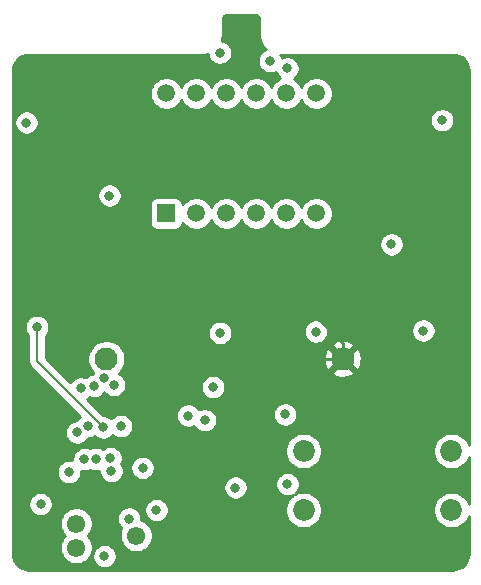
<source format=gbr>
%TF.GenerationSoftware,KiCad,Pcbnew,(5.1.10)-1*%
%TF.CreationDate,2021-11-08T18:16:21+01:00*%
%TF.ProjectId,RHT device,52485420-6465-4766-9963-652e6b696361,rev?*%
%TF.SameCoordinates,Original*%
%TF.FileFunction,Copper,L2,Inr*%
%TF.FilePolarity,Positive*%
%FSLAX46Y46*%
G04 Gerber Fmt 4.6, Leading zero omitted, Abs format (unit mm)*
G04 Created by KiCad (PCBNEW (5.1.10)-1) date 2021-11-08 18:16:21*
%MOMM*%
%LPD*%
G01*
G04 APERTURE LIST*
%TA.AperFunction,ComponentPad*%
%ADD10C,1.950000*%
%TD*%
%TA.AperFunction,ComponentPad*%
%ADD11C,1.850000*%
%TD*%
%TA.AperFunction,ComponentPad*%
%ADD12C,1.550000*%
%TD*%
%TA.AperFunction,ComponentPad*%
%ADD13C,1.500000*%
%TD*%
%TA.AperFunction,ComponentPad*%
%ADD14R,1.500000X1.500000*%
%TD*%
%TA.AperFunction,ViaPad*%
%ADD15C,0.800000*%
%TD*%
%TA.AperFunction,Conductor*%
%ADD16C,0.250000*%
%TD*%
%TA.AperFunction,Conductor*%
%ADD17C,0.200000*%
%TD*%
%TA.AperFunction,Conductor*%
%ADD18C,0.254000*%
%TD*%
%TA.AperFunction,Conductor*%
%ADD19C,0.100000*%
%TD*%
G04 APERTURE END LIST*
D10*
%TO.N,gnd*%
%TO.C,U2*%
X109370000Y-54700000D03*
%TO.N,+3V*%
X129370000Y-54700000D03*
%TD*%
D11*
%TO.N,gnd*%
%TO.C,S1*%
X126070000Y-62500000D03*
%TO.N,Net-(R11-Pad1)*%
X138570000Y-62500000D03*
%TO.N,gnd*%
X126070000Y-67500000D03*
%TO.N,Net-(R11-Pad1)*%
X138570000Y-67500000D03*
%TD*%
D12*
%TO.N,N/C*%
%TO.C,ISCP*%
X106820000Y-68649000D03*
X106820000Y-70681000D03*
X111900000Y-69665000D03*
%TD*%
D13*
%TO.N,/CC_1*%
%TO.C,U1*%
X114430000Y-32230000D03*
%TO.N,/D_a*%
X116970000Y-32230000D03*
%TO.N,/D_f*%
X119510000Y-32230000D03*
%TO.N,/CC_2*%
X122050000Y-32230000D03*
%TO.N,/CC_3*%
X124590000Y-32230000D03*
%TO.N,/D_b*%
X127130000Y-32230000D03*
%TO.N,/CC_4*%
X127130000Y-42390000D03*
%TO.N,/D_g*%
X124590000Y-42390000D03*
%TO.N,/D_c*%
X122050000Y-42390000D03*
%TO.N,/D_dp*%
X119510000Y-42390000D03*
%TO.N,/D_d*%
X116970000Y-42390000D03*
D14*
%TO.N,/D_e*%
X114430000Y-42390000D03*
%TD*%
D15*
%TO.N,gnd*%
X113600000Y-67500000D03*
X103800000Y-67000000D03*
X136200000Y-52300000D03*
X127100000Y-52400000D03*
X119000000Y-52500000D03*
X124700000Y-30100000D03*
%TO.N,+3V*%
X116700000Y-62900000D03*
X137500000Y-39800000D03*
X103700000Y-39800000D03*
X117600000Y-29400000D03*
%TO.N,/B_1*%
X112434610Y-63926954D03*
X109200000Y-71400000D03*
X117700000Y-59900000D03*
%TO.N,/D_a*%
X109800000Y-64200000D03*
%TO.N,/D_b*%
X109700000Y-63100000D03*
X124700000Y-65300000D03*
%TO.N,/D_c*%
X109626385Y-40883665D03*
X108500000Y-63200000D03*
%TO.N,/C_4*%
X118400000Y-57100000D03*
X106900000Y-60928547D03*
%TO.N,/D_dp*%
X107200000Y-57200000D03*
%TO.N,/D_g*%
X110000000Y-56900000D03*
X107800000Y-60400000D03*
%TO.N,/D_d*%
X108300000Y-57000000D03*
%TO.N,/D_e*%
X109200000Y-56300000D03*
%TO.N,/D_f*%
X109100000Y-60500000D03*
X103500000Y-52000000D03*
%TO.N,/CC_4*%
X133500000Y-45000000D03*
%TO.N,Net-(R11-Pad1)*%
X120300000Y-65600000D03*
X124500000Y-59400000D03*
%TO.N,/MCLR*%
X111300000Y-68225000D03*
X110600000Y-60400000D03*
X116300000Y-59500000D03*
%TO.N,/I2C_DATA*%
X123200000Y-29480829D03*
X102600000Y-34700000D03*
X107500000Y-63200000D03*
%TO.N,/I2C_SCK*%
X118980829Y-28780829D03*
X137800000Y-34500000D03*
X106200000Y-64300000D03*
%TD*%
D16*
%TO.N,+3V*%
X124900000Y-54700000D02*
X116700000Y-62900000D01*
X129370000Y-54700000D02*
X124900000Y-54700000D01*
X129370000Y-54700000D02*
X137500000Y-46570000D01*
X137500000Y-46570000D02*
X137500000Y-40000000D01*
X137500000Y-40000000D02*
X137500000Y-39800000D01*
X129370000Y-53321142D02*
X126348858Y-50300000D01*
X129370000Y-54700000D02*
X129370000Y-53321142D01*
X126348858Y-50300000D02*
X106400000Y-50300000D01*
X106400000Y-50300000D02*
X103700000Y-47600000D01*
X103700000Y-47600000D02*
X103700000Y-39800000D01*
X103700000Y-39800000D02*
X103700000Y-31900000D01*
X103700000Y-31900000D02*
X106200000Y-29400000D01*
X106200000Y-29400000D02*
X117600000Y-29400000D01*
D17*
%TO.N,/D_f*%
X109100000Y-60500000D02*
X103500000Y-54900000D01*
X103500000Y-54900000D02*
X103500000Y-52000000D01*
%TD*%
D18*
%TO.N,+3V*%
X122055665Y-25618863D02*
X122109214Y-25635030D01*
X122158597Y-25661288D01*
X122201945Y-25696641D01*
X122237600Y-25739740D01*
X122264201Y-25788937D01*
X122280742Y-25842375D01*
X122290000Y-25930455D01*
X122290000Y-27284876D01*
X122292989Y-27315221D01*
X122292946Y-27321332D01*
X122293914Y-27331198D01*
X122314315Y-27525295D01*
X122327250Y-27588310D01*
X122339312Y-27651540D01*
X122342177Y-27661030D01*
X122399889Y-27847468D01*
X122424829Y-27906797D01*
X122448932Y-27966455D01*
X122453586Y-27975208D01*
X122546411Y-28146885D01*
X122582371Y-28200198D01*
X122617633Y-28254083D01*
X122623898Y-28261765D01*
X122748302Y-28412143D01*
X122793957Y-28457480D01*
X122838987Y-28503463D01*
X122844324Y-28507879D01*
X122709744Y-28563624D01*
X122540226Y-28676892D01*
X122396063Y-28821055D01*
X122282795Y-28990573D01*
X122204774Y-29178931D01*
X122165000Y-29378890D01*
X122165000Y-29582768D01*
X122204774Y-29782727D01*
X122282795Y-29971085D01*
X122396063Y-30140603D01*
X122540226Y-30284766D01*
X122709744Y-30398034D01*
X122898102Y-30476055D01*
X123098061Y-30515829D01*
X123301939Y-30515829D01*
X123501898Y-30476055D01*
X123690256Y-30398034D01*
X123702392Y-30389925D01*
X123704774Y-30401898D01*
X123782795Y-30590256D01*
X123896063Y-30759774D01*
X124040226Y-30903937D01*
X124090738Y-30937688D01*
X123933957Y-31002629D01*
X123707114Y-31154201D01*
X123514201Y-31347114D01*
X123362629Y-31573957D01*
X123320000Y-31676873D01*
X123277371Y-31573957D01*
X123125799Y-31347114D01*
X122932886Y-31154201D01*
X122706043Y-31002629D01*
X122453989Y-30898225D01*
X122186411Y-30845000D01*
X121913589Y-30845000D01*
X121646011Y-30898225D01*
X121393957Y-31002629D01*
X121167114Y-31154201D01*
X120974201Y-31347114D01*
X120822629Y-31573957D01*
X120780000Y-31676873D01*
X120737371Y-31573957D01*
X120585799Y-31347114D01*
X120392886Y-31154201D01*
X120166043Y-31002629D01*
X119913989Y-30898225D01*
X119646411Y-30845000D01*
X119373589Y-30845000D01*
X119106011Y-30898225D01*
X118853957Y-31002629D01*
X118627114Y-31154201D01*
X118434201Y-31347114D01*
X118282629Y-31573957D01*
X118240000Y-31676873D01*
X118197371Y-31573957D01*
X118045799Y-31347114D01*
X117852886Y-31154201D01*
X117626043Y-31002629D01*
X117373989Y-30898225D01*
X117106411Y-30845000D01*
X116833589Y-30845000D01*
X116566011Y-30898225D01*
X116313957Y-31002629D01*
X116087114Y-31154201D01*
X115894201Y-31347114D01*
X115742629Y-31573957D01*
X115700000Y-31676873D01*
X115657371Y-31573957D01*
X115505799Y-31347114D01*
X115312886Y-31154201D01*
X115086043Y-31002629D01*
X114833989Y-30898225D01*
X114566411Y-30845000D01*
X114293589Y-30845000D01*
X114026011Y-30898225D01*
X113773957Y-31002629D01*
X113547114Y-31154201D01*
X113354201Y-31347114D01*
X113202629Y-31573957D01*
X113098225Y-31826011D01*
X113045000Y-32093589D01*
X113045000Y-32366411D01*
X113098225Y-32633989D01*
X113202629Y-32886043D01*
X113354201Y-33112886D01*
X113547114Y-33305799D01*
X113773957Y-33457371D01*
X114026011Y-33561775D01*
X114293589Y-33615000D01*
X114566411Y-33615000D01*
X114833989Y-33561775D01*
X115086043Y-33457371D01*
X115312886Y-33305799D01*
X115505799Y-33112886D01*
X115657371Y-32886043D01*
X115700000Y-32783127D01*
X115742629Y-32886043D01*
X115894201Y-33112886D01*
X116087114Y-33305799D01*
X116313957Y-33457371D01*
X116566011Y-33561775D01*
X116833589Y-33615000D01*
X117106411Y-33615000D01*
X117373989Y-33561775D01*
X117626043Y-33457371D01*
X117852886Y-33305799D01*
X118045799Y-33112886D01*
X118197371Y-32886043D01*
X118240000Y-32783127D01*
X118282629Y-32886043D01*
X118434201Y-33112886D01*
X118627114Y-33305799D01*
X118853957Y-33457371D01*
X119106011Y-33561775D01*
X119373589Y-33615000D01*
X119646411Y-33615000D01*
X119913989Y-33561775D01*
X120166043Y-33457371D01*
X120392886Y-33305799D01*
X120585799Y-33112886D01*
X120737371Y-32886043D01*
X120780000Y-32783127D01*
X120822629Y-32886043D01*
X120974201Y-33112886D01*
X121167114Y-33305799D01*
X121393957Y-33457371D01*
X121646011Y-33561775D01*
X121913589Y-33615000D01*
X122186411Y-33615000D01*
X122453989Y-33561775D01*
X122706043Y-33457371D01*
X122932886Y-33305799D01*
X123125799Y-33112886D01*
X123277371Y-32886043D01*
X123320000Y-32783127D01*
X123362629Y-32886043D01*
X123514201Y-33112886D01*
X123707114Y-33305799D01*
X123933957Y-33457371D01*
X124186011Y-33561775D01*
X124453589Y-33615000D01*
X124726411Y-33615000D01*
X124993989Y-33561775D01*
X125246043Y-33457371D01*
X125472886Y-33305799D01*
X125665799Y-33112886D01*
X125817371Y-32886043D01*
X125860000Y-32783127D01*
X125902629Y-32886043D01*
X126054201Y-33112886D01*
X126247114Y-33305799D01*
X126473957Y-33457371D01*
X126726011Y-33561775D01*
X126993589Y-33615000D01*
X127266411Y-33615000D01*
X127533989Y-33561775D01*
X127786043Y-33457371D01*
X128012886Y-33305799D01*
X128205799Y-33112886D01*
X128357371Y-32886043D01*
X128461775Y-32633989D01*
X128515000Y-32366411D01*
X128515000Y-32093589D01*
X128461775Y-31826011D01*
X128357371Y-31573957D01*
X128205799Y-31347114D01*
X128012886Y-31154201D01*
X127786043Y-31002629D01*
X127533989Y-30898225D01*
X127266411Y-30845000D01*
X126993589Y-30845000D01*
X126726011Y-30898225D01*
X126473957Y-31002629D01*
X126247114Y-31154201D01*
X126054201Y-31347114D01*
X125902629Y-31573957D01*
X125860000Y-31676873D01*
X125817371Y-31573957D01*
X125665799Y-31347114D01*
X125472886Y-31154201D01*
X125246043Y-31002629D01*
X125225071Y-30993942D01*
X125359774Y-30903937D01*
X125503937Y-30759774D01*
X125617205Y-30590256D01*
X125695226Y-30401898D01*
X125735000Y-30201939D01*
X125735000Y-29998061D01*
X125695226Y-29798102D01*
X125617205Y-29609744D01*
X125503937Y-29440226D01*
X125359774Y-29296063D01*
X125190256Y-29182795D01*
X125001898Y-29104774D01*
X124801939Y-29065000D01*
X124598061Y-29065000D01*
X124398102Y-29104774D01*
X124209744Y-29182795D01*
X124197608Y-29190904D01*
X124195226Y-29178931D01*
X124117205Y-28990573D01*
X124096777Y-28960000D01*
X138715279Y-28960000D01*
X138999899Y-28987907D01*
X139240285Y-29060484D01*
X139461991Y-29178368D01*
X139656577Y-29337068D01*
X139816635Y-29530545D01*
X139936064Y-29751424D01*
X140010317Y-29991297D01*
X140040000Y-30273716D01*
X140040001Y-61972420D01*
X139952454Y-61761063D01*
X139781731Y-61505558D01*
X139564442Y-61288269D01*
X139308937Y-61117546D01*
X139025035Y-60999950D01*
X138723647Y-60940000D01*
X138416353Y-60940000D01*
X138114965Y-60999950D01*
X137831063Y-61117546D01*
X137575558Y-61288269D01*
X137358269Y-61505558D01*
X137187546Y-61761063D01*
X137069950Y-62044965D01*
X137010000Y-62346353D01*
X137010000Y-62653647D01*
X137069950Y-62955035D01*
X137187546Y-63238937D01*
X137358269Y-63494442D01*
X137575558Y-63711731D01*
X137831063Y-63882454D01*
X138114965Y-64000050D01*
X138416353Y-64060000D01*
X138723647Y-64060000D01*
X139025035Y-64000050D01*
X139308937Y-63882454D01*
X139564442Y-63711731D01*
X139781731Y-63494442D01*
X139952454Y-63238937D01*
X140040001Y-63027580D01*
X140040001Y-66972420D01*
X139952454Y-66761063D01*
X139781731Y-66505558D01*
X139564442Y-66288269D01*
X139308937Y-66117546D01*
X139025035Y-65999950D01*
X138723647Y-65940000D01*
X138416353Y-65940000D01*
X138114965Y-65999950D01*
X137831063Y-66117546D01*
X137575558Y-66288269D01*
X137358269Y-66505558D01*
X137187546Y-66761063D01*
X137069950Y-67044965D01*
X137010000Y-67346353D01*
X137010000Y-67653647D01*
X137069950Y-67955035D01*
X137187546Y-68238937D01*
X137358269Y-68494442D01*
X137575558Y-68711731D01*
X137831063Y-68882454D01*
X138114965Y-69000050D01*
X138416353Y-69060000D01*
X138723647Y-69060000D01*
X139025035Y-69000050D01*
X139308937Y-68882454D01*
X139564442Y-68711731D01*
X139781731Y-68494442D01*
X139952454Y-68238937D01*
X140040001Y-68027580D01*
X140040001Y-71215269D01*
X140012093Y-71499899D01*
X139939517Y-71740282D01*
X139821633Y-71961989D01*
X139662929Y-72156580D01*
X139469455Y-72316635D01*
X139248576Y-72436064D01*
X139008701Y-72510317D01*
X138726291Y-72540000D01*
X102784721Y-72540000D01*
X102500101Y-72512093D01*
X102259718Y-72439517D01*
X102038011Y-72321633D01*
X101843420Y-72162929D01*
X101683365Y-71969455D01*
X101563936Y-71748576D01*
X101489683Y-71508701D01*
X101460000Y-71226291D01*
X101460000Y-68510127D01*
X105410000Y-68510127D01*
X105410000Y-68787873D01*
X105464186Y-69060282D01*
X105570475Y-69316885D01*
X105724782Y-69547822D01*
X105841960Y-69665000D01*
X105724782Y-69782178D01*
X105570475Y-70013115D01*
X105464186Y-70269718D01*
X105410000Y-70542127D01*
X105410000Y-70819873D01*
X105464186Y-71092282D01*
X105570475Y-71348885D01*
X105724782Y-71579822D01*
X105921178Y-71776218D01*
X106152115Y-71930525D01*
X106408718Y-72036814D01*
X106681127Y-72091000D01*
X106958873Y-72091000D01*
X107231282Y-72036814D01*
X107487885Y-71930525D01*
X107718822Y-71776218D01*
X107915218Y-71579822D01*
X108069525Y-71348885D01*
X108090577Y-71298061D01*
X108165000Y-71298061D01*
X108165000Y-71501939D01*
X108204774Y-71701898D01*
X108282795Y-71890256D01*
X108396063Y-72059774D01*
X108540226Y-72203937D01*
X108709744Y-72317205D01*
X108898102Y-72395226D01*
X109098061Y-72435000D01*
X109301939Y-72435000D01*
X109501898Y-72395226D01*
X109690256Y-72317205D01*
X109859774Y-72203937D01*
X110003937Y-72059774D01*
X110117205Y-71890256D01*
X110195226Y-71701898D01*
X110235000Y-71501939D01*
X110235000Y-71298061D01*
X110195226Y-71098102D01*
X110117205Y-70909744D01*
X110003937Y-70740226D01*
X109859774Y-70596063D01*
X109690256Y-70482795D01*
X109501898Y-70404774D01*
X109301939Y-70365000D01*
X109098061Y-70365000D01*
X108898102Y-70404774D01*
X108709744Y-70482795D01*
X108540226Y-70596063D01*
X108396063Y-70740226D01*
X108282795Y-70909744D01*
X108204774Y-71098102D01*
X108165000Y-71298061D01*
X108090577Y-71298061D01*
X108175814Y-71092282D01*
X108230000Y-70819873D01*
X108230000Y-70542127D01*
X108175814Y-70269718D01*
X108069525Y-70013115D01*
X107915218Y-69782178D01*
X107798040Y-69665000D01*
X107915218Y-69547822D01*
X108069525Y-69316885D01*
X108175814Y-69060282D01*
X108230000Y-68787873D01*
X108230000Y-68510127D01*
X108175814Y-68237718D01*
X108128322Y-68123061D01*
X110265000Y-68123061D01*
X110265000Y-68326939D01*
X110304774Y-68526898D01*
X110382795Y-68715256D01*
X110496063Y-68884774D01*
X110638153Y-69026864D01*
X110544186Y-69253718D01*
X110490000Y-69526127D01*
X110490000Y-69803873D01*
X110544186Y-70076282D01*
X110650475Y-70332885D01*
X110804782Y-70563822D01*
X111001178Y-70760218D01*
X111232115Y-70914525D01*
X111488718Y-71020814D01*
X111761127Y-71075000D01*
X112038873Y-71075000D01*
X112311282Y-71020814D01*
X112567885Y-70914525D01*
X112798822Y-70760218D01*
X112995218Y-70563822D01*
X113149525Y-70332885D01*
X113255814Y-70076282D01*
X113310000Y-69803873D01*
X113310000Y-69526127D01*
X113255814Y-69253718D01*
X113149525Y-68997115D01*
X112995218Y-68766178D01*
X112798822Y-68569782D01*
X112567885Y-68415475D01*
X112335000Y-68319010D01*
X112335000Y-68123061D01*
X112295226Y-67923102D01*
X112217205Y-67734744D01*
X112103937Y-67565226D01*
X111959774Y-67421063D01*
X111925349Y-67398061D01*
X112565000Y-67398061D01*
X112565000Y-67601939D01*
X112604774Y-67801898D01*
X112682795Y-67990256D01*
X112796063Y-68159774D01*
X112940226Y-68303937D01*
X113109744Y-68417205D01*
X113298102Y-68495226D01*
X113498061Y-68535000D01*
X113701939Y-68535000D01*
X113901898Y-68495226D01*
X114090256Y-68417205D01*
X114259774Y-68303937D01*
X114403937Y-68159774D01*
X114517205Y-67990256D01*
X114595226Y-67801898D01*
X114635000Y-67601939D01*
X114635000Y-67398061D01*
X114595226Y-67198102D01*
X114517205Y-67009744D01*
X114403937Y-66840226D01*
X114259774Y-66696063D01*
X114090256Y-66582795D01*
X113901898Y-66504774D01*
X113701939Y-66465000D01*
X113498061Y-66465000D01*
X113298102Y-66504774D01*
X113109744Y-66582795D01*
X112940226Y-66696063D01*
X112796063Y-66840226D01*
X112682795Y-67009744D01*
X112604774Y-67198102D01*
X112565000Y-67398061D01*
X111925349Y-67398061D01*
X111790256Y-67307795D01*
X111601898Y-67229774D01*
X111401939Y-67190000D01*
X111198061Y-67190000D01*
X110998102Y-67229774D01*
X110809744Y-67307795D01*
X110640226Y-67421063D01*
X110496063Y-67565226D01*
X110382795Y-67734744D01*
X110304774Y-67923102D01*
X110265000Y-68123061D01*
X108128322Y-68123061D01*
X108069525Y-67981115D01*
X107915218Y-67750178D01*
X107718822Y-67553782D01*
X107487885Y-67399475D01*
X107231282Y-67293186D01*
X106958873Y-67239000D01*
X106681127Y-67239000D01*
X106408718Y-67293186D01*
X106152115Y-67399475D01*
X105921178Y-67553782D01*
X105724782Y-67750178D01*
X105570475Y-67981115D01*
X105464186Y-68237718D01*
X105410000Y-68510127D01*
X101460000Y-68510127D01*
X101460000Y-66898061D01*
X102765000Y-66898061D01*
X102765000Y-67101939D01*
X102804774Y-67301898D01*
X102882795Y-67490256D01*
X102996063Y-67659774D01*
X103140226Y-67803937D01*
X103309744Y-67917205D01*
X103498102Y-67995226D01*
X103698061Y-68035000D01*
X103901939Y-68035000D01*
X104101898Y-67995226D01*
X104290256Y-67917205D01*
X104459774Y-67803937D01*
X104603937Y-67659774D01*
X104717205Y-67490256D01*
X104795226Y-67301898D01*
X104835000Y-67101939D01*
X104835000Y-66898061D01*
X104795226Y-66698102D01*
X104717205Y-66509744D01*
X104603937Y-66340226D01*
X104459774Y-66196063D01*
X104290256Y-66082795D01*
X104101898Y-66004774D01*
X103901939Y-65965000D01*
X103698061Y-65965000D01*
X103498102Y-66004774D01*
X103309744Y-66082795D01*
X103140226Y-66196063D01*
X102996063Y-66340226D01*
X102882795Y-66509744D01*
X102804774Y-66698102D01*
X102765000Y-66898061D01*
X101460000Y-66898061D01*
X101460000Y-65498061D01*
X119265000Y-65498061D01*
X119265000Y-65701939D01*
X119304774Y-65901898D01*
X119382795Y-66090256D01*
X119496063Y-66259774D01*
X119640226Y-66403937D01*
X119809744Y-66517205D01*
X119998102Y-66595226D01*
X120198061Y-66635000D01*
X120401939Y-66635000D01*
X120601898Y-66595226D01*
X120790256Y-66517205D01*
X120959774Y-66403937D01*
X121103937Y-66259774D01*
X121217205Y-66090256D01*
X121295226Y-65901898D01*
X121335000Y-65701939D01*
X121335000Y-65498061D01*
X121295226Y-65298102D01*
X121253788Y-65198061D01*
X123665000Y-65198061D01*
X123665000Y-65401939D01*
X123704774Y-65601898D01*
X123782795Y-65790256D01*
X123896063Y-65959774D01*
X124040226Y-66103937D01*
X124209744Y-66217205D01*
X124398102Y-66295226D01*
X124598061Y-66335000D01*
X124801939Y-66335000D01*
X125001898Y-66295226D01*
X125168305Y-66226298D01*
X125075558Y-66288269D01*
X124858269Y-66505558D01*
X124687546Y-66761063D01*
X124569950Y-67044965D01*
X124510000Y-67346353D01*
X124510000Y-67653647D01*
X124569950Y-67955035D01*
X124687546Y-68238937D01*
X124858269Y-68494442D01*
X125075558Y-68711731D01*
X125331063Y-68882454D01*
X125614965Y-69000050D01*
X125916353Y-69060000D01*
X126223647Y-69060000D01*
X126525035Y-69000050D01*
X126808937Y-68882454D01*
X127064442Y-68711731D01*
X127281731Y-68494442D01*
X127452454Y-68238937D01*
X127570050Y-67955035D01*
X127630000Y-67653647D01*
X127630000Y-67346353D01*
X127570050Y-67044965D01*
X127452454Y-66761063D01*
X127281731Y-66505558D01*
X127064442Y-66288269D01*
X126808937Y-66117546D01*
X126525035Y-65999950D01*
X126223647Y-65940000D01*
X125916353Y-65940000D01*
X125614965Y-65999950D01*
X125353015Y-66108453D01*
X125359774Y-66103937D01*
X125503937Y-65959774D01*
X125617205Y-65790256D01*
X125695226Y-65601898D01*
X125735000Y-65401939D01*
X125735000Y-65198061D01*
X125695226Y-64998102D01*
X125617205Y-64809744D01*
X125503937Y-64640226D01*
X125359774Y-64496063D01*
X125190256Y-64382795D01*
X125001898Y-64304774D01*
X124801939Y-64265000D01*
X124598061Y-64265000D01*
X124398102Y-64304774D01*
X124209744Y-64382795D01*
X124040226Y-64496063D01*
X123896063Y-64640226D01*
X123782795Y-64809744D01*
X123704774Y-64998102D01*
X123665000Y-65198061D01*
X121253788Y-65198061D01*
X121217205Y-65109744D01*
X121103937Y-64940226D01*
X120959774Y-64796063D01*
X120790256Y-64682795D01*
X120601898Y-64604774D01*
X120401939Y-64565000D01*
X120198061Y-64565000D01*
X119998102Y-64604774D01*
X119809744Y-64682795D01*
X119640226Y-64796063D01*
X119496063Y-64940226D01*
X119382795Y-65109744D01*
X119304774Y-65298102D01*
X119265000Y-65498061D01*
X101460000Y-65498061D01*
X101460000Y-64198061D01*
X105165000Y-64198061D01*
X105165000Y-64401939D01*
X105204774Y-64601898D01*
X105282795Y-64790256D01*
X105396063Y-64959774D01*
X105540226Y-65103937D01*
X105709744Y-65217205D01*
X105898102Y-65295226D01*
X106098061Y-65335000D01*
X106301939Y-65335000D01*
X106501898Y-65295226D01*
X106690256Y-65217205D01*
X106859774Y-65103937D01*
X107003937Y-64959774D01*
X107117205Y-64790256D01*
X107195226Y-64601898D01*
X107235000Y-64401939D01*
X107235000Y-64202565D01*
X107398061Y-64235000D01*
X107601939Y-64235000D01*
X107801898Y-64195226D01*
X107990256Y-64117205D01*
X108000000Y-64110694D01*
X108009744Y-64117205D01*
X108198102Y-64195226D01*
X108398061Y-64235000D01*
X108601939Y-64235000D01*
X108765000Y-64202565D01*
X108765000Y-64301939D01*
X108804774Y-64501898D01*
X108882795Y-64690256D01*
X108996063Y-64859774D01*
X109140226Y-65003937D01*
X109309744Y-65117205D01*
X109498102Y-65195226D01*
X109698061Y-65235000D01*
X109901939Y-65235000D01*
X110101898Y-65195226D01*
X110290256Y-65117205D01*
X110459774Y-65003937D01*
X110603937Y-64859774D01*
X110717205Y-64690256D01*
X110795226Y-64501898D01*
X110835000Y-64301939D01*
X110835000Y-64098061D01*
X110795226Y-63898102D01*
X110764953Y-63825015D01*
X111399610Y-63825015D01*
X111399610Y-64028893D01*
X111439384Y-64228852D01*
X111517405Y-64417210D01*
X111630673Y-64586728D01*
X111774836Y-64730891D01*
X111944354Y-64844159D01*
X112132712Y-64922180D01*
X112332671Y-64961954D01*
X112536549Y-64961954D01*
X112736508Y-64922180D01*
X112924866Y-64844159D01*
X113094384Y-64730891D01*
X113238547Y-64586728D01*
X113351815Y-64417210D01*
X113429836Y-64228852D01*
X113469610Y-64028893D01*
X113469610Y-63825015D01*
X113429836Y-63625056D01*
X113351815Y-63436698D01*
X113238547Y-63267180D01*
X113094384Y-63123017D01*
X112924866Y-63009749D01*
X112736508Y-62931728D01*
X112536549Y-62891954D01*
X112332671Y-62891954D01*
X112132712Y-62931728D01*
X111944354Y-63009749D01*
X111774836Y-63123017D01*
X111630673Y-63267180D01*
X111517405Y-63436698D01*
X111439384Y-63625056D01*
X111399610Y-63825015D01*
X110764953Y-63825015D01*
X110717205Y-63709744D01*
X110624920Y-63571630D01*
X110695226Y-63401898D01*
X110735000Y-63201939D01*
X110735000Y-62998061D01*
X110695226Y-62798102D01*
X110617205Y-62609744D01*
X110503937Y-62440226D01*
X110410064Y-62346353D01*
X124510000Y-62346353D01*
X124510000Y-62653647D01*
X124569950Y-62955035D01*
X124687546Y-63238937D01*
X124858269Y-63494442D01*
X125075558Y-63711731D01*
X125331063Y-63882454D01*
X125614965Y-64000050D01*
X125916353Y-64060000D01*
X126223647Y-64060000D01*
X126525035Y-64000050D01*
X126808937Y-63882454D01*
X127064442Y-63711731D01*
X127281731Y-63494442D01*
X127452454Y-63238937D01*
X127570050Y-62955035D01*
X127630000Y-62653647D01*
X127630000Y-62346353D01*
X127570050Y-62044965D01*
X127452454Y-61761063D01*
X127281731Y-61505558D01*
X127064442Y-61288269D01*
X126808937Y-61117546D01*
X126525035Y-60999950D01*
X126223647Y-60940000D01*
X125916353Y-60940000D01*
X125614965Y-60999950D01*
X125331063Y-61117546D01*
X125075558Y-61288269D01*
X124858269Y-61505558D01*
X124687546Y-61761063D01*
X124569950Y-62044965D01*
X124510000Y-62346353D01*
X110410064Y-62346353D01*
X110359774Y-62296063D01*
X110190256Y-62182795D01*
X110001898Y-62104774D01*
X109801939Y-62065000D01*
X109598061Y-62065000D01*
X109398102Y-62104774D01*
X109209744Y-62182795D01*
X109040226Y-62296063D01*
X109028164Y-62308125D01*
X108990256Y-62282795D01*
X108801898Y-62204774D01*
X108601939Y-62165000D01*
X108398061Y-62165000D01*
X108198102Y-62204774D01*
X108009744Y-62282795D01*
X108000000Y-62289306D01*
X107990256Y-62282795D01*
X107801898Y-62204774D01*
X107601939Y-62165000D01*
X107398061Y-62165000D01*
X107198102Y-62204774D01*
X107009744Y-62282795D01*
X106840226Y-62396063D01*
X106696063Y-62540226D01*
X106582795Y-62709744D01*
X106504774Y-62898102D01*
X106465000Y-63098061D01*
X106465000Y-63297435D01*
X106301939Y-63265000D01*
X106098061Y-63265000D01*
X105898102Y-63304774D01*
X105709744Y-63382795D01*
X105540226Y-63496063D01*
X105396063Y-63640226D01*
X105282795Y-63809744D01*
X105204774Y-63998102D01*
X105165000Y-64198061D01*
X101460000Y-64198061D01*
X101460000Y-51898061D01*
X102465000Y-51898061D01*
X102465000Y-52101939D01*
X102504774Y-52301898D01*
X102582795Y-52490256D01*
X102696063Y-52659774D01*
X102765001Y-52728712D01*
X102765000Y-54863895D01*
X102761444Y-54900000D01*
X102765000Y-54936104D01*
X102775635Y-55044084D01*
X102817663Y-55182632D01*
X102885913Y-55310319D01*
X102977762Y-55422237D01*
X103005808Y-55445254D01*
X107150051Y-59589498D01*
X107140226Y-59596063D01*
X106996063Y-59740226D01*
X106893617Y-59893547D01*
X106798061Y-59893547D01*
X106598102Y-59933321D01*
X106409744Y-60011342D01*
X106240226Y-60124610D01*
X106096063Y-60268773D01*
X105982795Y-60438291D01*
X105904774Y-60626649D01*
X105865000Y-60826608D01*
X105865000Y-61030486D01*
X105904774Y-61230445D01*
X105982795Y-61418803D01*
X106096063Y-61588321D01*
X106240226Y-61732484D01*
X106409744Y-61845752D01*
X106598102Y-61923773D01*
X106798061Y-61963547D01*
X107001939Y-61963547D01*
X107201898Y-61923773D01*
X107390256Y-61845752D01*
X107559774Y-61732484D01*
X107703937Y-61588321D01*
X107806383Y-61435000D01*
X107901939Y-61435000D01*
X108101898Y-61395226D01*
X108290256Y-61317205D01*
X108388110Y-61251821D01*
X108440226Y-61303937D01*
X108609744Y-61417205D01*
X108798102Y-61495226D01*
X108998061Y-61535000D01*
X109201939Y-61535000D01*
X109401898Y-61495226D01*
X109590256Y-61417205D01*
X109759774Y-61303937D01*
X109900000Y-61163711D01*
X109940226Y-61203937D01*
X110109744Y-61317205D01*
X110298102Y-61395226D01*
X110498061Y-61435000D01*
X110701939Y-61435000D01*
X110901898Y-61395226D01*
X111090256Y-61317205D01*
X111259774Y-61203937D01*
X111403937Y-61059774D01*
X111517205Y-60890256D01*
X111595226Y-60701898D01*
X111635000Y-60501939D01*
X111635000Y-60298061D01*
X111595226Y-60098102D01*
X111517205Y-59909744D01*
X111403937Y-59740226D01*
X111259774Y-59596063D01*
X111090256Y-59482795D01*
X110901898Y-59404774D01*
X110868150Y-59398061D01*
X115265000Y-59398061D01*
X115265000Y-59601939D01*
X115304774Y-59801898D01*
X115382795Y-59990256D01*
X115496063Y-60159774D01*
X115640226Y-60303937D01*
X115809744Y-60417205D01*
X115998102Y-60495226D01*
X116198061Y-60535000D01*
X116401939Y-60535000D01*
X116601898Y-60495226D01*
X116790256Y-60417205D01*
X116797547Y-60412334D01*
X116896063Y-60559774D01*
X117040226Y-60703937D01*
X117209744Y-60817205D01*
X117398102Y-60895226D01*
X117598061Y-60935000D01*
X117801939Y-60935000D01*
X118001898Y-60895226D01*
X118190256Y-60817205D01*
X118359774Y-60703937D01*
X118503937Y-60559774D01*
X118617205Y-60390256D01*
X118695226Y-60201898D01*
X118735000Y-60001939D01*
X118735000Y-59798061D01*
X118695226Y-59598102D01*
X118617205Y-59409744D01*
X118542582Y-59298061D01*
X123465000Y-59298061D01*
X123465000Y-59501939D01*
X123504774Y-59701898D01*
X123582795Y-59890256D01*
X123696063Y-60059774D01*
X123840226Y-60203937D01*
X124009744Y-60317205D01*
X124198102Y-60395226D01*
X124398061Y-60435000D01*
X124601939Y-60435000D01*
X124801898Y-60395226D01*
X124990256Y-60317205D01*
X125159774Y-60203937D01*
X125303937Y-60059774D01*
X125417205Y-59890256D01*
X125495226Y-59701898D01*
X125535000Y-59501939D01*
X125535000Y-59298061D01*
X125495226Y-59098102D01*
X125417205Y-58909744D01*
X125303937Y-58740226D01*
X125159774Y-58596063D01*
X124990256Y-58482795D01*
X124801898Y-58404774D01*
X124601939Y-58365000D01*
X124398061Y-58365000D01*
X124198102Y-58404774D01*
X124009744Y-58482795D01*
X123840226Y-58596063D01*
X123696063Y-58740226D01*
X123582795Y-58909744D01*
X123504774Y-59098102D01*
X123465000Y-59298061D01*
X118542582Y-59298061D01*
X118503937Y-59240226D01*
X118359774Y-59096063D01*
X118190256Y-58982795D01*
X118001898Y-58904774D01*
X117801939Y-58865000D01*
X117598061Y-58865000D01*
X117398102Y-58904774D01*
X117209744Y-58982795D01*
X117202453Y-58987666D01*
X117103937Y-58840226D01*
X116959774Y-58696063D01*
X116790256Y-58582795D01*
X116601898Y-58504774D01*
X116401939Y-58465000D01*
X116198061Y-58465000D01*
X115998102Y-58504774D01*
X115809744Y-58582795D01*
X115640226Y-58696063D01*
X115496063Y-58840226D01*
X115382795Y-59009744D01*
X115304774Y-59198102D01*
X115265000Y-59398061D01*
X110868150Y-59398061D01*
X110701939Y-59365000D01*
X110498061Y-59365000D01*
X110298102Y-59404774D01*
X110109744Y-59482795D01*
X109940226Y-59596063D01*
X109800000Y-59736289D01*
X109759774Y-59696063D01*
X109590256Y-59582795D01*
X109401898Y-59504774D01*
X109201939Y-59465000D01*
X109104447Y-59465000D01*
X107730057Y-58090611D01*
X107859774Y-58003937D01*
X107906449Y-57957262D01*
X107998102Y-57995226D01*
X108198061Y-58035000D01*
X108401939Y-58035000D01*
X108601898Y-57995226D01*
X108790256Y-57917205D01*
X108959774Y-57803937D01*
X109103937Y-57659774D01*
X109183409Y-57540836D01*
X109196063Y-57559774D01*
X109340226Y-57703937D01*
X109509744Y-57817205D01*
X109698102Y-57895226D01*
X109898061Y-57935000D01*
X110101939Y-57935000D01*
X110301898Y-57895226D01*
X110490256Y-57817205D01*
X110659774Y-57703937D01*
X110803937Y-57559774D01*
X110917205Y-57390256D01*
X110995226Y-57201898D01*
X111035000Y-57001939D01*
X111035000Y-56998061D01*
X117365000Y-56998061D01*
X117365000Y-57201939D01*
X117404774Y-57401898D01*
X117482795Y-57590256D01*
X117596063Y-57759774D01*
X117740226Y-57903937D01*
X117909744Y-58017205D01*
X118098102Y-58095226D01*
X118298061Y-58135000D01*
X118501939Y-58135000D01*
X118701898Y-58095226D01*
X118890256Y-58017205D01*
X119059774Y-57903937D01*
X119203937Y-57759774D01*
X119317205Y-57590256D01*
X119395226Y-57401898D01*
X119435000Y-57201939D01*
X119435000Y-56998061D01*
X119395226Y-56798102D01*
X119317205Y-56609744D01*
X119203937Y-56440226D01*
X119059774Y-56296063D01*
X118890256Y-56182795D01*
X118701898Y-56104774D01*
X118501939Y-56065000D01*
X118298061Y-56065000D01*
X118098102Y-56104774D01*
X117909744Y-56182795D01*
X117740226Y-56296063D01*
X117596063Y-56440226D01*
X117482795Y-56609744D01*
X117404774Y-56798102D01*
X117365000Y-56998061D01*
X111035000Y-56998061D01*
X111035000Y-56798061D01*
X110995226Y-56598102D01*
X110917205Y-56409744D01*
X110803937Y-56240226D01*
X110659774Y-56096063D01*
X110490256Y-55982795D01*
X110401043Y-55945841D01*
X110529300Y-55817584D01*
X128432021Y-55817584D01*
X128524766Y-56079429D01*
X128810120Y-56217820D01*
X129116990Y-56297883D01*
X129433584Y-56316540D01*
X129747733Y-56273074D01*
X130047367Y-56169156D01*
X130215234Y-56079429D01*
X130307979Y-55817584D01*
X129370000Y-54879605D01*
X128432021Y-55817584D01*
X110529300Y-55817584D01*
X110620569Y-55726315D01*
X110796763Y-55462621D01*
X110918129Y-55169620D01*
X110980000Y-54858571D01*
X110980000Y-54763584D01*
X127753460Y-54763584D01*
X127796926Y-55077733D01*
X127900844Y-55377367D01*
X127990571Y-55545234D01*
X128252416Y-55637979D01*
X129190395Y-54700000D01*
X129549605Y-54700000D01*
X130487584Y-55637979D01*
X130749429Y-55545234D01*
X130887820Y-55259880D01*
X130967883Y-54953010D01*
X130986540Y-54636416D01*
X130943074Y-54322267D01*
X130839156Y-54022633D01*
X130749429Y-53854766D01*
X130487584Y-53762021D01*
X129549605Y-54700000D01*
X129190395Y-54700000D01*
X128252416Y-53762021D01*
X127990571Y-53854766D01*
X127852180Y-54140120D01*
X127772117Y-54446990D01*
X127753460Y-54763584D01*
X110980000Y-54763584D01*
X110980000Y-54541429D01*
X110918129Y-54230380D01*
X110796763Y-53937379D01*
X110620569Y-53673685D01*
X110529300Y-53582416D01*
X128432021Y-53582416D01*
X129370000Y-54520395D01*
X130307979Y-53582416D01*
X130215234Y-53320571D01*
X129929880Y-53182180D01*
X129623010Y-53102117D01*
X129306416Y-53083460D01*
X128992267Y-53126926D01*
X128692633Y-53230844D01*
X128524766Y-53320571D01*
X128432021Y-53582416D01*
X110529300Y-53582416D01*
X110396315Y-53449431D01*
X110132621Y-53273237D01*
X109839620Y-53151871D01*
X109528571Y-53090000D01*
X109211429Y-53090000D01*
X108900380Y-53151871D01*
X108607379Y-53273237D01*
X108343685Y-53449431D01*
X108119431Y-53673685D01*
X107943237Y-53937379D01*
X107821871Y-54230380D01*
X107760000Y-54541429D01*
X107760000Y-54858571D01*
X107821871Y-55169620D01*
X107943237Y-55462621D01*
X108119431Y-55726315D01*
X108259382Y-55866266D01*
X108218485Y-55965000D01*
X108198061Y-55965000D01*
X107998102Y-56004774D01*
X107809744Y-56082795D01*
X107640226Y-56196063D01*
X107593551Y-56242738D01*
X107501898Y-56204774D01*
X107301939Y-56165000D01*
X107098061Y-56165000D01*
X106898102Y-56204774D01*
X106709744Y-56282795D01*
X106540226Y-56396063D01*
X106396063Y-56540226D01*
X106309389Y-56669943D01*
X104235000Y-54595554D01*
X104235000Y-52728711D01*
X104303937Y-52659774D01*
X104417205Y-52490256D01*
X104455393Y-52398061D01*
X117965000Y-52398061D01*
X117965000Y-52601939D01*
X118004774Y-52801898D01*
X118082795Y-52990256D01*
X118196063Y-53159774D01*
X118340226Y-53303937D01*
X118509744Y-53417205D01*
X118698102Y-53495226D01*
X118898061Y-53535000D01*
X119101939Y-53535000D01*
X119301898Y-53495226D01*
X119490256Y-53417205D01*
X119659774Y-53303937D01*
X119803937Y-53159774D01*
X119917205Y-52990256D01*
X119995226Y-52801898D01*
X120035000Y-52601939D01*
X120035000Y-52398061D01*
X120015109Y-52298061D01*
X126065000Y-52298061D01*
X126065000Y-52501939D01*
X126104774Y-52701898D01*
X126182795Y-52890256D01*
X126296063Y-53059774D01*
X126440226Y-53203937D01*
X126609744Y-53317205D01*
X126798102Y-53395226D01*
X126998061Y-53435000D01*
X127201939Y-53435000D01*
X127401898Y-53395226D01*
X127590256Y-53317205D01*
X127759774Y-53203937D01*
X127903937Y-53059774D01*
X128017205Y-52890256D01*
X128095226Y-52701898D01*
X128135000Y-52501939D01*
X128135000Y-52298061D01*
X128115109Y-52198061D01*
X135165000Y-52198061D01*
X135165000Y-52401939D01*
X135204774Y-52601898D01*
X135282795Y-52790256D01*
X135396063Y-52959774D01*
X135540226Y-53103937D01*
X135709744Y-53217205D01*
X135898102Y-53295226D01*
X136098061Y-53335000D01*
X136301939Y-53335000D01*
X136501898Y-53295226D01*
X136690256Y-53217205D01*
X136859774Y-53103937D01*
X137003937Y-52959774D01*
X137117205Y-52790256D01*
X137195226Y-52601898D01*
X137235000Y-52401939D01*
X137235000Y-52198061D01*
X137195226Y-51998102D01*
X137117205Y-51809744D01*
X137003937Y-51640226D01*
X136859774Y-51496063D01*
X136690256Y-51382795D01*
X136501898Y-51304774D01*
X136301939Y-51265000D01*
X136098061Y-51265000D01*
X135898102Y-51304774D01*
X135709744Y-51382795D01*
X135540226Y-51496063D01*
X135396063Y-51640226D01*
X135282795Y-51809744D01*
X135204774Y-51998102D01*
X135165000Y-52198061D01*
X128115109Y-52198061D01*
X128095226Y-52098102D01*
X128017205Y-51909744D01*
X127903937Y-51740226D01*
X127759774Y-51596063D01*
X127590256Y-51482795D01*
X127401898Y-51404774D01*
X127201939Y-51365000D01*
X126998061Y-51365000D01*
X126798102Y-51404774D01*
X126609744Y-51482795D01*
X126440226Y-51596063D01*
X126296063Y-51740226D01*
X126182795Y-51909744D01*
X126104774Y-52098102D01*
X126065000Y-52298061D01*
X120015109Y-52298061D01*
X119995226Y-52198102D01*
X119917205Y-52009744D01*
X119803937Y-51840226D01*
X119659774Y-51696063D01*
X119490256Y-51582795D01*
X119301898Y-51504774D01*
X119101939Y-51465000D01*
X118898061Y-51465000D01*
X118698102Y-51504774D01*
X118509744Y-51582795D01*
X118340226Y-51696063D01*
X118196063Y-51840226D01*
X118082795Y-52009744D01*
X118004774Y-52198102D01*
X117965000Y-52398061D01*
X104455393Y-52398061D01*
X104495226Y-52301898D01*
X104535000Y-52101939D01*
X104535000Y-51898061D01*
X104495226Y-51698102D01*
X104417205Y-51509744D01*
X104303937Y-51340226D01*
X104159774Y-51196063D01*
X103990256Y-51082795D01*
X103801898Y-51004774D01*
X103601939Y-50965000D01*
X103398061Y-50965000D01*
X103198102Y-51004774D01*
X103009744Y-51082795D01*
X102840226Y-51196063D01*
X102696063Y-51340226D01*
X102582795Y-51509744D01*
X102504774Y-51698102D01*
X102465000Y-51898061D01*
X101460000Y-51898061D01*
X101460000Y-44898061D01*
X132465000Y-44898061D01*
X132465000Y-45101939D01*
X132504774Y-45301898D01*
X132582795Y-45490256D01*
X132696063Y-45659774D01*
X132840226Y-45803937D01*
X133009744Y-45917205D01*
X133198102Y-45995226D01*
X133398061Y-46035000D01*
X133601939Y-46035000D01*
X133801898Y-45995226D01*
X133990256Y-45917205D01*
X134159774Y-45803937D01*
X134303937Y-45659774D01*
X134417205Y-45490256D01*
X134495226Y-45301898D01*
X134535000Y-45101939D01*
X134535000Y-44898061D01*
X134495226Y-44698102D01*
X134417205Y-44509744D01*
X134303937Y-44340226D01*
X134159774Y-44196063D01*
X133990256Y-44082795D01*
X133801898Y-44004774D01*
X133601939Y-43965000D01*
X133398061Y-43965000D01*
X133198102Y-44004774D01*
X133009744Y-44082795D01*
X132840226Y-44196063D01*
X132696063Y-44340226D01*
X132582795Y-44509744D01*
X132504774Y-44698102D01*
X132465000Y-44898061D01*
X101460000Y-44898061D01*
X101460000Y-40781726D01*
X108591385Y-40781726D01*
X108591385Y-40985604D01*
X108631159Y-41185563D01*
X108709180Y-41373921D01*
X108822448Y-41543439D01*
X108966611Y-41687602D01*
X109136129Y-41800870D01*
X109324487Y-41878891D01*
X109524446Y-41918665D01*
X109728324Y-41918665D01*
X109928283Y-41878891D01*
X110116641Y-41800870D01*
X110286159Y-41687602D01*
X110333761Y-41640000D01*
X113041928Y-41640000D01*
X113041928Y-43140000D01*
X113054188Y-43264482D01*
X113090498Y-43384180D01*
X113149463Y-43494494D01*
X113228815Y-43591185D01*
X113325506Y-43670537D01*
X113435820Y-43729502D01*
X113555518Y-43765812D01*
X113680000Y-43778072D01*
X115180000Y-43778072D01*
X115304482Y-43765812D01*
X115424180Y-43729502D01*
X115534494Y-43670537D01*
X115631185Y-43591185D01*
X115710537Y-43494494D01*
X115769502Y-43384180D01*
X115805812Y-43264482D01*
X115816445Y-43156517D01*
X115894201Y-43272886D01*
X116087114Y-43465799D01*
X116313957Y-43617371D01*
X116566011Y-43721775D01*
X116833589Y-43775000D01*
X117106411Y-43775000D01*
X117373989Y-43721775D01*
X117626043Y-43617371D01*
X117852886Y-43465799D01*
X118045799Y-43272886D01*
X118197371Y-43046043D01*
X118240000Y-42943127D01*
X118282629Y-43046043D01*
X118434201Y-43272886D01*
X118627114Y-43465799D01*
X118853957Y-43617371D01*
X119106011Y-43721775D01*
X119373589Y-43775000D01*
X119646411Y-43775000D01*
X119913989Y-43721775D01*
X120166043Y-43617371D01*
X120392886Y-43465799D01*
X120585799Y-43272886D01*
X120737371Y-43046043D01*
X120780000Y-42943127D01*
X120822629Y-43046043D01*
X120974201Y-43272886D01*
X121167114Y-43465799D01*
X121393957Y-43617371D01*
X121646011Y-43721775D01*
X121913589Y-43775000D01*
X122186411Y-43775000D01*
X122453989Y-43721775D01*
X122706043Y-43617371D01*
X122932886Y-43465799D01*
X123125799Y-43272886D01*
X123277371Y-43046043D01*
X123320000Y-42943127D01*
X123362629Y-43046043D01*
X123514201Y-43272886D01*
X123707114Y-43465799D01*
X123933957Y-43617371D01*
X124186011Y-43721775D01*
X124453589Y-43775000D01*
X124726411Y-43775000D01*
X124993989Y-43721775D01*
X125246043Y-43617371D01*
X125472886Y-43465799D01*
X125665799Y-43272886D01*
X125817371Y-43046043D01*
X125860000Y-42943127D01*
X125902629Y-43046043D01*
X126054201Y-43272886D01*
X126247114Y-43465799D01*
X126473957Y-43617371D01*
X126726011Y-43721775D01*
X126993589Y-43775000D01*
X127266411Y-43775000D01*
X127533989Y-43721775D01*
X127786043Y-43617371D01*
X128012886Y-43465799D01*
X128205799Y-43272886D01*
X128357371Y-43046043D01*
X128461775Y-42793989D01*
X128515000Y-42526411D01*
X128515000Y-42253589D01*
X128461775Y-41986011D01*
X128357371Y-41733957D01*
X128205799Y-41507114D01*
X128012886Y-41314201D01*
X127786043Y-41162629D01*
X127533989Y-41058225D01*
X127266411Y-41005000D01*
X126993589Y-41005000D01*
X126726011Y-41058225D01*
X126473957Y-41162629D01*
X126247114Y-41314201D01*
X126054201Y-41507114D01*
X125902629Y-41733957D01*
X125860000Y-41836873D01*
X125817371Y-41733957D01*
X125665799Y-41507114D01*
X125472886Y-41314201D01*
X125246043Y-41162629D01*
X124993989Y-41058225D01*
X124726411Y-41005000D01*
X124453589Y-41005000D01*
X124186011Y-41058225D01*
X123933957Y-41162629D01*
X123707114Y-41314201D01*
X123514201Y-41507114D01*
X123362629Y-41733957D01*
X123320000Y-41836873D01*
X123277371Y-41733957D01*
X123125799Y-41507114D01*
X122932886Y-41314201D01*
X122706043Y-41162629D01*
X122453989Y-41058225D01*
X122186411Y-41005000D01*
X121913589Y-41005000D01*
X121646011Y-41058225D01*
X121393957Y-41162629D01*
X121167114Y-41314201D01*
X120974201Y-41507114D01*
X120822629Y-41733957D01*
X120780000Y-41836873D01*
X120737371Y-41733957D01*
X120585799Y-41507114D01*
X120392886Y-41314201D01*
X120166043Y-41162629D01*
X119913989Y-41058225D01*
X119646411Y-41005000D01*
X119373589Y-41005000D01*
X119106011Y-41058225D01*
X118853957Y-41162629D01*
X118627114Y-41314201D01*
X118434201Y-41507114D01*
X118282629Y-41733957D01*
X118240000Y-41836873D01*
X118197371Y-41733957D01*
X118045799Y-41507114D01*
X117852886Y-41314201D01*
X117626043Y-41162629D01*
X117373989Y-41058225D01*
X117106411Y-41005000D01*
X116833589Y-41005000D01*
X116566011Y-41058225D01*
X116313957Y-41162629D01*
X116087114Y-41314201D01*
X115894201Y-41507114D01*
X115816445Y-41623483D01*
X115805812Y-41515518D01*
X115769502Y-41395820D01*
X115710537Y-41285506D01*
X115631185Y-41188815D01*
X115534494Y-41109463D01*
X115424180Y-41050498D01*
X115304482Y-41014188D01*
X115180000Y-41001928D01*
X113680000Y-41001928D01*
X113555518Y-41014188D01*
X113435820Y-41050498D01*
X113325506Y-41109463D01*
X113228815Y-41188815D01*
X113149463Y-41285506D01*
X113090498Y-41395820D01*
X113054188Y-41515518D01*
X113041928Y-41640000D01*
X110333761Y-41640000D01*
X110430322Y-41543439D01*
X110543590Y-41373921D01*
X110621611Y-41185563D01*
X110661385Y-40985604D01*
X110661385Y-40781726D01*
X110621611Y-40581767D01*
X110543590Y-40393409D01*
X110430322Y-40223891D01*
X110286159Y-40079728D01*
X110116641Y-39966460D01*
X109928283Y-39888439D01*
X109728324Y-39848665D01*
X109524446Y-39848665D01*
X109324487Y-39888439D01*
X109136129Y-39966460D01*
X108966611Y-40079728D01*
X108822448Y-40223891D01*
X108709180Y-40393409D01*
X108631159Y-40581767D01*
X108591385Y-40781726D01*
X101460000Y-40781726D01*
X101460000Y-34598061D01*
X101565000Y-34598061D01*
X101565000Y-34801939D01*
X101604774Y-35001898D01*
X101682795Y-35190256D01*
X101796063Y-35359774D01*
X101940226Y-35503937D01*
X102109744Y-35617205D01*
X102298102Y-35695226D01*
X102498061Y-35735000D01*
X102701939Y-35735000D01*
X102901898Y-35695226D01*
X103090256Y-35617205D01*
X103259774Y-35503937D01*
X103403937Y-35359774D01*
X103517205Y-35190256D01*
X103595226Y-35001898D01*
X103635000Y-34801939D01*
X103635000Y-34598061D01*
X103595226Y-34398102D01*
X103595210Y-34398061D01*
X136765000Y-34398061D01*
X136765000Y-34601939D01*
X136804774Y-34801898D01*
X136882795Y-34990256D01*
X136996063Y-35159774D01*
X137140226Y-35303937D01*
X137309744Y-35417205D01*
X137498102Y-35495226D01*
X137698061Y-35535000D01*
X137901939Y-35535000D01*
X138101898Y-35495226D01*
X138290256Y-35417205D01*
X138459774Y-35303937D01*
X138603937Y-35159774D01*
X138717205Y-34990256D01*
X138795226Y-34801898D01*
X138835000Y-34601939D01*
X138835000Y-34398061D01*
X138795226Y-34198102D01*
X138717205Y-34009744D01*
X138603937Y-33840226D01*
X138459774Y-33696063D01*
X138290256Y-33582795D01*
X138101898Y-33504774D01*
X137901939Y-33465000D01*
X137698061Y-33465000D01*
X137498102Y-33504774D01*
X137309744Y-33582795D01*
X137140226Y-33696063D01*
X136996063Y-33840226D01*
X136882795Y-34009744D01*
X136804774Y-34198102D01*
X136765000Y-34398061D01*
X103595210Y-34398061D01*
X103517205Y-34209744D01*
X103403937Y-34040226D01*
X103259774Y-33896063D01*
X103090256Y-33782795D01*
X102901898Y-33704774D01*
X102701939Y-33665000D01*
X102498061Y-33665000D01*
X102298102Y-33704774D01*
X102109744Y-33782795D01*
X101940226Y-33896063D01*
X101796063Y-34040226D01*
X101682795Y-34209744D01*
X101604774Y-34398102D01*
X101565000Y-34598061D01*
X101460000Y-34598061D01*
X101460000Y-30284721D01*
X101487907Y-30000101D01*
X101560484Y-29759715D01*
X101678368Y-29538009D01*
X101837068Y-29343423D01*
X102030545Y-29183365D01*
X102251424Y-29063936D01*
X102491297Y-28989683D01*
X102773716Y-28960000D01*
X117534877Y-28960000D01*
X117565222Y-28957011D01*
X117571332Y-28957054D01*
X117581198Y-28956086D01*
X117775295Y-28935685D01*
X117838310Y-28922750D01*
X117901540Y-28910688D01*
X117911030Y-28907823D01*
X117948505Y-28896223D01*
X117985603Y-29082727D01*
X118063624Y-29271085D01*
X118176892Y-29440603D01*
X118321055Y-29584766D01*
X118490573Y-29698034D01*
X118678931Y-29776055D01*
X118878890Y-29815829D01*
X119082768Y-29815829D01*
X119282727Y-29776055D01*
X119471085Y-29698034D01*
X119640603Y-29584766D01*
X119784766Y-29440603D01*
X119898034Y-29271085D01*
X119976055Y-29082727D01*
X120015829Y-28882768D01*
X120015829Y-28678890D01*
X119976055Y-28478931D01*
X119898034Y-28290573D01*
X119784766Y-28121055D01*
X119640603Y-27976892D01*
X119471085Y-27863624D01*
X119282727Y-27785603D01*
X119128789Y-27754983D01*
X119160652Y-27649446D01*
X119173152Y-27586316D01*
X119186530Y-27523377D01*
X119187566Y-27513519D01*
X119206611Y-27319285D01*
X119210000Y-27284877D01*
X119210000Y-25934722D01*
X119218863Y-25844335D01*
X119235030Y-25790786D01*
X119261288Y-25741403D01*
X119296641Y-25698055D01*
X119339740Y-25662400D01*
X119388937Y-25635799D01*
X119442375Y-25619258D01*
X119530455Y-25610000D01*
X121965278Y-25610000D01*
X122055665Y-25618863D01*
%TA.AperFunction,Conductor*%
D19*
G36*
X122055665Y-25618863D02*
G01*
X122109214Y-25635030D01*
X122158597Y-25661288D01*
X122201945Y-25696641D01*
X122237600Y-25739740D01*
X122264201Y-25788937D01*
X122280742Y-25842375D01*
X122290000Y-25930455D01*
X122290000Y-27284876D01*
X122292989Y-27315221D01*
X122292946Y-27321332D01*
X122293914Y-27331198D01*
X122314315Y-27525295D01*
X122327250Y-27588310D01*
X122339312Y-27651540D01*
X122342177Y-27661030D01*
X122399889Y-27847468D01*
X122424829Y-27906797D01*
X122448932Y-27966455D01*
X122453586Y-27975208D01*
X122546411Y-28146885D01*
X122582371Y-28200198D01*
X122617633Y-28254083D01*
X122623898Y-28261765D01*
X122748302Y-28412143D01*
X122793957Y-28457480D01*
X122838987Y-28503463D01*
X122844324Y-28507879D01*
X122709744Y-28563624D01*
X122540226Y-28676892D01*
X122396063Y-28821055D01*
X122282795Y-28990573D01*
X122204774Y-29178931D01*
X122165000Y-29378890D01*
X122165000Y-29582768D01*
X122204774Y-29782727D01*
X122282795Y-29971085D01*
X122396063Y-30140603D01*
X122540226Y-30284766D01*
X122709744Y-30398034D01*
X122898102Y-30476055D01*
X123098061Y-30515829D01*
X123301939Y-30515829D01*
X123501898Y-30476055D01*
X123690256Y-30398034D01*
X123702392Y-30389925D01*
X123704774Y-30401898D01*
X123782795Y-30590256D01*
X123896063Y-30759774D01*
X124040226Y-30903937D01*
X124090738Y-30937688D01*
X123933957Y-31002629D01*
X123707114Y-31154201D01*
X123514201Y-31347114D01*
X123362629Y-31573957D01*
X123320000Y-31676873D01*
X123277371Y-31573957D01*
X123125799Y-31347114D01*
X122932886Y-31154201D01*
X122706043Y-31002629D01*
X122453989Y-30898225D01*
X122186411Y-30845000D01*
X121913589Y-30845000D01*
X121646011Y-30898225D01*
X121393957Y-31002629D01*
X121167114Y-31154201D01*
X120974201Y-31347114D01*
X120822629Y-31573957D01*
X120780000Y-31676873D01*
X120737371Y-31573957D01*
X120585799Y-31347114D01*
X120392886Y-31154201D01*
X120166043Y-31002629D01*
X119913989Y-30898225D01*
X119646411Y-30845000D01*
X119373589Y-30845000D01*
X119106011Y-30898225D01*
X118853957Y-31002629D01*
X118627114Y-31154201D01*
X118434201Y-31347114D01*
X118282629Y-31573957D01*
X118240000Y-31676873D01*
X118197371Y-31573957D01*
X118045799Y-31347114D01*
X117852886Y-31154201D01*
X117626043Y-31002629D01*
X117373989Y-30898225D01*
X117106411Y-30845000D01*
X116833589Y-30845000D01*
X116566011Y-30898225D01*
X116313957Y-31002629D01*
X116087114Y-31154201D01*
X115894201Y-31347114D01*
X115742629Y-31573957D01*
X115700000Y-31676873D01*
X115657371Y-31573957D01*
X115505799Y-31347114D01*
X115312886Y-31154201D01*
X115086043Y-31002629D01*
X114833989Y-30898225D01*
X114566411Y-30845000D01*
X114293589Y-30845000D01*
X114026011Y-30898225D01*
X113773957Y-31002629D01*
X113547114Y-31154201D01*
X113354201Y-31347114D01*
X113202629Y-31573957D01*
X113098225Y-31826011D01*
X113045000Y-32093589D01*
X113045000Y-32366411D01*
X113098225Y-32633989D01*
X113202629Y-32886043D01*
X113354201Y-33112886D01*
X113547114Y-33305799D01*
X113773957Y-33457371D01*
X114026011Y-33561775D01*
X114293589Y-33615000D01*
X114566411Y-33615000D01*
X114833989Y-33561775D01*
X115086043Y-33457371D01*
X115312886Y-33305799D01*
X115505799Y-33112886D01*
X115657371Y-32886043D01*
X115700000Y-32783127D01*
X115742629Y-32886043D01*
X115894201Y-33112886D01*
X116087114Y-33305799D01*
X116313957Y-33457371D01*
X116566011Y-33561775D01*
X116833589Y-33615000D01*
X117106411Y-33615000D01*
X117373989Y-33561775D01*
X117626043Y-33457371D01*
X117852886Y-33305799D01*
X118045799Y-33112886D01*
X118197371Y-32886043D01*
X118240000Y-32783127D01*
X118282629Y-32886043D01*
X118434201Y-33112886D01*
X118627114Y-33305799D01*
X118853957Y-33457371D01*
X119106011Y-33561775D01*
X119373589Y-33615000D01*
X119646411Y-33615000D01*
X119913989Y-33561775D01*
X120166043Y-33457371D01*
X120392886Y-33305799D01*
X120585799Y-33112886D01*
X120737371Y-32886043D01*
X120780000Y-32783127D01*
X120822629Y-32886043D01*
X120974201Y-33112886D01*
X121167114Y-33305799D01*
X121393957Y-33457371D01*
X121646011Y-33561775D01*
X121913589Y-33615000D01*
X122186411Y-33615000D01*
X122453989Y-33561775D01*
X122706043Y-33457371D01*
X122932886Y-33305799D01*
X123125799Y-33112886D01*
X123277371Y-32886043D01*
X123320000Y-32783127D01*
X123362629Y-32886043D01*
X123514201Y-33112886D01*
X123707114Y-33305799D01*
X123933957Y-33457371D01*
X124186011Y-33561775D01*
X124453589Y-33615000D01*
X124726411Y-33615000D01*
X124993989Y-33561775D01*
X125246043Y-33457371D01*
X125472886Y-33305799D01*
X125665799Y-33112886D01*
X125817371Y-32886043D01*
X125860000Y-32783127D01*
X125902629Y-32886043D01*
X126054201Y-33112886D01*
X126247114Y-33305799D01*
X126473957Y-33457371D01*
X126726011Y-33561775D01*
X126993589Y-33615000D01*
X127266411Y-33615000D01*
X127533989Y-33561775D01*
X127786043Y-33457371D01*
X128012886Y-33305799D01*
X128205799Y-33112886D01*
X128357371Y-32886043D01*
X128461775Y-32633989D01*
X128515000Y-32366411D01*
X128515000Y-32093589D01*
X128461775Y-31826011D01*
X128357371Y-31573957D01*
X128205799Y-31347114D01*
X128012886Y-31154201D01*
X127786043Y-31002629D01*
X127533989Y-30898225D01*
X127266411Y-30845000D01*
X126993589Y-30845000D01*
X126726011Y-30898225D01*
X126473957Y-31002629D01*
X126247114Y-31154201D01*
X126054201Y-31347114D01*
X125902629Y-31573957D01*
X125860000Y-31676873D01*
X125817371Y-31573957D01*
X125665799Y-31347114D01*
X125472886Y-31154201D01*
X125246043Y-31002629D01*
X125225071Y-30993942D01*
X125359774Y-30903937D01*
X125503937Y-30759774D01*
X125617205Y-30590256D01*
X125695226Y-30401898D01*
X125735000Y-30201939D01*
X125735000Y-29998061D01*
X125695226Y-29798102D01*
X125617205Y-29609744D01*
X125503937Y-29440226D01*
X125359774Y-29296063D01*
X125190256Y-29182795D01*
X125001898Y-29104774D01*
X124801939Y-29065000D01*
X124598061Y-29065000D01*
X124398102Y-29104774D01*
X124209744Y-29182795D01*
X124197608Y-29190904D01*
X124195226Y-29178931D01*
X124117205Y-28990573D01*
X124096777Y-28960000D01*
X138715279Y-28960000D01*
X138999899Y-28987907D01*
X139240285Y-29060484D01*
X139461991Y-29178368D01*
X139656577Y-29337068D01*
X139816635Y-29530545D01*
X139936064Y-29751424D01*
X140010317Y-29991297D01*
X140040000Y-30273716D01*
X140040001Y-61972420D01*
X139952454Y-61761063D01*
X139781731Y-61505558D01*
X139564442Y-61288269D01*
X139308937Y-61117546D01*
X139025035Y-60999950D01*
X138723647Y-60940000D01*
X138416353Y-60940000D01*
X138114965Y-60999950D01*
X137831063Y-61117546D01*
X137575558Y-61288269D01*
X137358269Y-61505558D01*
X137187546Y-61761063D01*
X137069950Y-62044965D01*
X137010000Y-62346353D01*
X137010000Y-62653647D01*
X137069950Y-62955035D01*
X137187546Y-63238937D01*
X137358269Y-63494442D01*
X137575558Y-63711731D01*
X137831063Y-63882454D01*
X138114965Y-64000050D01*
X138416353Y-64060000D01*
X138723647Y-64060000D01*
X139025035Y-64000050D01*
X139308937Y-63882454D01*
X139564442Y-63711731D01*
X139781731Y-63494442D01*
X139952454Y-63238937D01*
X140040001Y-63027580D01*
X140040001Y-66972420D01*
X139952454Y-66761063D01*
X139781731Y-66505558D01*
X139564442Y-66288269D01*
X139308937Y-66117546D01*
X139025035Y-65999950D01*
X138723647Y-65940000D01*
X138416353Y-65940000D01*
X138114965Y-65999950D01*
X137831063Y-66117546D01*
X137575558Y-66288269D01*
X137358269Y-66505558D01*
X137187546Y-66761063D01*
X137069950Y-67044965D01*
X137010000Y-67346353D01*
X137010000Y-67653647D01*
X137069950Y-67955035D01*
X137187546Y-68238937D01*
X137358269Y-68494442D01*
X137575558Y-68711731D01*
X137831063Y-68882454D01*
X138114965Y-69000050D01*
X138416353Y-69060000D01*
X138723647Y-69060000D01*
X139025035Y-69000050D01*
X139308937Y-68882454D01*
X139564442Y-68711731D01*
X139781731Y-68494442D01*
X139952454Y-68238937D01*
X140040001Y-68027580D01*
X140040001Y-71215269D01*
X140012093Y-71499899D01*
X139939517Y-71740282D01*
X139821633Y-71961989D01*
X139662929Y-72156580D01*
X139469455Y-72316635D01*
X139248576Y-72436064D01*
X139008701Y-72510317D01*
X138726291Y-72540000D01*
X102784721Y-72540000D01*
X102500101Y-72512093D01*
X102259718Y-72439517D01*
X102038011Y-72321633D01*
X101843420Y-72162929D01*
X101683365Y-71969455D01*
X101563936Y-71748576D01*
X101489683Y-71508701D01*
X101460000Y-71226291D01*
X101460000Y-68510127D01*
X105410000Y-68510127D01*
X105410000Y-68787873D01*
X105464186Y-69060282D01*
X105570475Y-69316885D01*
X105724782Y-69547822D01*
X105841960Y-69665000D01*
X105724782Y-69782178D01*
X105570475Y-70013115D01*
X105464186Y-70269718D01*
X105410000Y-70542127D01*
X105410000Y-70819873D01*
X105464186Y-71092282D01*
X105570475Y-71348885D01*
X105724782Y-71579822D01*
X105921178Y-71776218D01*
X106152115Y-71930525D01*
X106408718Y-72036814D01*
X106681127Y-72091000D01*
X106958873Y-72091000D01*
X107231282Y-72036814D01*
X107487885Y-71930525D01*
X107718822Y-71776218D01*
X107915218Y-71579822D01*
X108069525Y-71348885D01*
X108090577Y-71298061D01*
X108165000Y-71298061D01*
X108165000Y-71501939D01*
X108204774Y-71701898D01*
X108282795Y-71890256D01*
X108396063Y-72059774D01*
X108540226Y-72203937D01*
X108709744Y-72317205D01*
X108898102Y-72395226D01*
X109098061Y-72435000D01*
X109301939Y-72435000D01*
X109501898Y-72395226D01*
X109690256Y-72317205D01*
X109859774Y-72203937D01*
X110003937Y-72059774D01*
X110117205Y-71890256D01*
X110195226Y-71701898D01*
X110235000Y-71501939D01*
X110235000Y-71298061D01*
X110195226Y-71098102D01*
X110117205Y-70909744D01*
X110003937Y-70740226D01*
X109859774Y-70596063D01*
X109690256Y-70482795D01*
X109501898Y-70404774D01*
X109301939Y-70365000D01*
X109098061Y-70365000D01*
X108898102Y-70404774D01*
X108709744Y-70482795D01*
X108540226Y-70596063D01*
X108396063Y-70740226D01*
X108282795Y-70909744D01*
X108204774Y-71098102D01*
X108165000Y-71298061D01*
X108090577Y-71298061D01*
X108175814Y-71092282D01*
X108230000Y-70819873D01*
X108230000Y-70542127D01*
X108175814Y-70269718D01*
X108069525Y-70013115D01*
X107915218Y-69782178D01*
X107798040Y-69665000D01*
X107915218Y-69547822D01*
X108069525Y-69316885D01*
X108175814Y-69060282D01*
X108230000Y-68787873D01*
X108230000Y-68510127D01*
X108175814Y-68237718D01*
X108128322Y-68123061D01*
X110265000Y-68123061D01*
X110265000Y-68326939D01*
X110304774Y-68526898D01*
X110382795Y-68715256D01*
X110496063Y-68884774D01*
X110638153Y-69026864D01*
X110544186Y-69253718D01*
X110490000Y-69526127D01*
X110490000Y-69803873D01*
X110544186Y-70076282D01*
X110650475Y-70332885D01*
X110804782Y-70563822D01*
X111001178Y-70760218D01*
X111232115Y-70914525D01*
X111488718Y-71020814D01*
X111761127Y-71075000D01*
X112038873Y-71075000D01*
X112311282Y-71020814D01*
X112567885Y-70914525D01*
X112798822Y-70760218D01*
X112995218Y-70563822D01*
X113149525Y-70332885D01*
X113255814Y-70076282D01*
X113310000Y-69803873D01*
X113310000Y-69526127D01*
X113255814Y-69253718D01*
X113149525Y-68997115D01*
X112995218Y-68766178D01*
X112798822Y-68569782D01*
X112567885Y-68415475D01*
X112335000Y-68319010D01*
X112335000Y-68123061D01*
X112295226Y-67923102D01*
X112217205Y-67734744D01*
X112103937Y-67565226D01*
X111959774Y-67421063D01*
X111925349Y-67398061D01*
X112565000Y-67398061D01*
X112565000Y-67601939D01*
X112604774Y-67801898D01*
X112682795Y-67990256D01*
X112796063Y-68159774D01*
X112940226Y-68303937D01*
X113109744Y-68417205D01*
X113298102Y-68495226D01*
X113498061Y-68535000D01*
X113701939Y-68535000D01*
X113901898Y-68495226D01*
X114090256Y-68417205D01*
X114259774Y-68303937D01*
X114403937Y-68159774D01*
X114517205Y-67990256D01*
X114595226Y-67801898D01*
X114635000Y-67601939D01*
X114635000Y-67398061D01*
X114595226Y-67198102D01*
X114517205Y-67009744D01*
X114403937Y-66840226D01*
X114259774Y-66696063D01*
X114090256Y-66582795D01*
X113901898Y-66504774D01*
X113701939Y-66465000D01*
X113498061Y-66465000D01*
X113298102Y-66504774D01*
X113109744Y-66582795D01*
X112940226Y-66696063D01*
X112796063Y-66840226D01*
X112682795Y-67009744D01*
X112604774Y-67198102D01*
X112565000Y-67398061D01*
X111925349Y-67398061D01*
X111790256Y-67307795D01*
X111601898Y-67229774D01*
X111401939Y-67190000D01*
X111198061Y-67190000D01*
X110998102Y-67229774D01*
X110809744Y-67307795D01*
X110640226Y-67421063D01*
X110496063Y-67565226D01*
X110382795Y-67734744D01*
X110304774Y-67923102D01*
X110265000Y-68123061D01*
X108128322Y-68123061D01*
X108069525Y-67981115D01*
X107915218Y-67750178D01*
X107718822Y-67553782D01*
X107487885Y-67399475D01*
X107231282Y-67293186D01*
X106958873Y-67239000D01*
X106681127Y-67239000D01*
X106408718Y-67293186D01*
X106152115Y-67399475D01*
X105921178Y-67553782D01*
X105724782Y-67750178D01*
X105570475Y-67981115D01*
X105464186Y-68237718D01*
X105410000Y-68510127D01*
X101460000Y-68510127D01*
X101460000Y-66898061D01*
X102765000Y-66898061D01*
X102765000Y-67101939D01*
X102804774Y-67301898D01*
X102882795Y-67490256D01*
X102996063Y-67659774D01*
X103140226Y-67803937D01*
X103309744Y-67917205D01*
X103498102Y-67995226D01*
X103698061Y-68035000D01*
X103901939Y-68035000D01*
X104101898Y-67995226D01*
X104290256Y-67917205D01*
X104459774Y-67803937D01*
X104603937Y-67659774D01*
X104717205Y-67490256D01*
X104795226Y-67301898D01*
X104835000Y-67101939D01*
X104835000Y-66898061D01*
X104795226Y-66698102D01*
X104717205Y-66509744D01*
X104603937Y-66340226D01*
X104459774Y-66196063D01*
X104290256Y-66082795D01*
X104101898Y-66004774D01*
X103901939Y-65965000D01*
X103698061Y-65965000D01*
X103498102Y-66004774D01*
X103309744Y-66082795D01*
X103140226Y-66196063D01*
X102996063Y-66340226D01*
X102882795Y-66509744D01*
X102804774Y-66698102D01*
X102765000Y-66898061D01*
X101460000Y-66898061D01*
X101460000Y-65498061D01*
X119265000Y-65498061D01*
X119265000Y-65701939D01*
X119304774Y-65901898D01*
X119382795Y-66090256D01*
X119496063Y-66259774D01*
X119640226Y-66403937D01*
X119809744Y-66517205D01*
X119998102Y-66595226D01*
X120198061Y-66635000D01*
X120401939Y-66635000D01*
X120601898Y-66595226D01*
X120790256Y-66517205D01*
X120959774Y-66403937D01*
X121103937Y-66259774D01*
X121217205Y-66090256D01*
X121295226Y-65901898D01*
X121335000Y-65701939D01*
X121335000Y-65498061D01*
X121295226Y-65298102D01*
X121253788Y-65198061D01*
X123665000Y-65198061D01*
X123665000Y-65401939D01*
X123704774Y-65601898D01*
X123782795Y-65790256D01*
X123896063Y-65959774D01*
X124040226Y-66103937D01*
X124209744Y-66217205D01*
X124398102Y-66295226D01*
X124598061Y-66335000D01*
X124801939Y-66335000D01*
X125001898Y-66295226D01*
X125168305Y-66226298D01*
X125075558Y-66288269D01*
X124858269Y-66505558D01*
X124687546Y-66761063D01*
X124569950Y-67044965D01*
X124510000Y-67346353D01*
X124510000Y-67653647D01*
X124569950Y-67955035D01*
X124687546Y-68238937D01*
X124858269Y-68494442D01*
X125075558Y-68711731D01*
X125331063Y-68882454D01*
X125614965Y-69000050D01*
X125916353Y-69060000D01*
X126223647Y-69060000D01*
X126525035Y-69000050D01*
X126808937Y-68882454D01*
X127064442Y-68711731D01*
X127281731Y-68494442D01*
X127452454Y-68238937D01*
X127570050Y-67955035D01*
X127630000Y-67653647D01*
X127630000Y-67346353D01*
X127570050Y-67044965D01*
X127452454Y-66761063D01*
X127281731Y-66505558D01*
X127064442Y-66288269D01*
X126808937Y-66117546D01*
X126525035Y-65999950D01*
X126223647Y-65940000D01*
X125916353Y-65940000D01*
X125614965Y-65999950D01*
X125353015Y-66108453D01*
X125359774Y-66103937D01*
X125503937Y-65959774D01*
X125617205Y-65790256D01*
X125695226Y-65601898D01*
X125735000Y-65401939D01*
X125735000Y-65198061D01*
X125695226Y-64998102D01*
X125617205Y-64809744D01*
X125503937Y-64640226D01*
X125359774Y-64496063D01*
X125190256Y-64382795D01*
X125001898Y-64304774D01*
X124801939Y-64265000D01*
X124598061Y-64265000D01*
X124398102Y-64304774D01*
X124209744Y-64382795D01*
X124040226Y-64496063D01*
X123896063Y-64640226D01*
X123782795Y-64809744D01*
X123704774Y-64998102D01*
X123665000Y-65198061D01*
X121253788Y-65198061D01*
X121217205Y-65109744D01*
X121103937Y-64940226D01*
X120959774Y-64796063D01*
X120790256Y-64682795D01*
X120601898Y-64604774D01*
X120401939Y-64565000D01*
X120198061Y-64565000D01*
X119998102Y-64604774D01*
X119809744Y-64682795D01*
X119640226Y-64796063D01*
X119496063Y-64940226D01*
X119382795Y-65109744D01*
X119304774Y-65298102D01*
X119265000Y-65498061D01*
X101460000Y-65498061D01*
X101460000Y-64198061D01*
X105165000Y-64198061D01*
X105165000Y-64401939D01*
X105204774Y-64601898D01*
X105282795Y-64790256D01*
X105396063Y-64959774D01*
X105540226Y-65103937D01*
X105709744Y-65217205D01*
X105898102Y-65295226D01*
X106098061Y-65335000D01*
X106301939Y-65335000D01*
X106501898Y-65295226D01*
X106690256Y-65217205D01*
X106859774Y-65103937D01*
X107003937Y-64959774D01*
X107117205Y-64790256D01*
X107195226Y-64601898D01*
X107235000Y-64401939D01*
X107235000Y-64202565D01*
X107398061Y-64235000D01*
X107601939Y-64235000D01*
X107801898Y-64195226D01*
X107990256Y-64117205D01*
X108000000Y-64110694D01*
X108009744Y-64117205D01*
X108198102Y-64195226D01*
X108398061Y-64235000D01*
X108601939Y-64235000D01*
X108765000Y-64202565D01*
X108765000Y-64301939D01*
X108804774Y-64501898D01*
X108882795Y-64690256D01*
X108996063Y-64859774D01*
X109140226Y-65003937D01*
X109309744Y-65117205D01*
X109498102Y-65195226D01*
X109698061Y-65235000D01*
X109901939Y-65235000D01*
X110101898Y-65195226D01*
X110290256Y-65117205D01*
X110459774Y-65003937D01*
X110603937Y-64859774D01*
X110717205Y-64690256D01*
X110795226Y-64501898D01*
X110835000Y-64301939D01*
X110835000Y-64098061D01*
X110795226Y-63898102D01*
X110764953Y-63825015D01*
X111399610Y-63825015D01*
X111399610Y-64028893D01*
X111439384Y-64228852D01*
X111517405Y-64417210D01*
X111630673Y-64586728D01*
X111774836Y-64730891D01*
X111944354Y-64844159D01*
X112132712Y-64922180D01*
X112332671Y-64961954D01*
X112536549Y-64961954D01*
X112736508Y-64922180D01*
X112924866Y-64844159D01*
X113094384Y-64730891D01*
X113238547Y-64586728D01*
X113351815Y-64417210D01*
X113429836Y-64228852D01*
X113469610Y-64028893D01*
X113469610Y-63825015D01*
X113429836Y-63625056D01*
X113351815Y-63436698D01*
X113238547Y-63267180D01*
X113094384Y-63123017D01*
X112924866Y-63009749D01*
X112736508Y-62931728D01*
X112536549Y-62891954D01*
X112332671Y-62891954D01*
X112132712Y-62931728D01*
X111944354Y-63009749D01*
X111774836Y-63123017D01*
X111630673Y-63267180D01*
X111517405Y-63436698D01*
X111439384Y-63625056D01*
X111399610Y-63825015D01*
X110764953Y-63825015D01*
X110717205Y-63709744D01*
X110624920Y-63571630D01*
X110695226Y-63401898D01*
X110735000Y-63201939D01*
X110735000Y-62998061D01*
X110695226Y-62798102D01*
X110617205Y-62609744D01*
X110503937Y-62440226D01*
X110410064Y-62346353D01*
X124510000Y-62346353D01*
X124510000Y-62653647D01*
X124569950Y-62955035D01*
X124687546Y-63238937D01*
X124858269Y-63494442D01*
X125075558Y-63711731D01*
X125331063Y-63882454D01*
X125614965Y-64000050D01*
X125916353Y-64060000D01*
X126223647Y-64060000D01*
X126525035Y-64000050D01*
X126808937Y-63882454D01*
X127064442Y-63711731D01*
X127281731Y-63494442D01*
X127452454Y-63238937D01*
X127570050Y-62955035D01*
X127630000Y-62653647D01*
X127630000Y-62346353D01*
X127570050Y-62044965D01*
X127452454Y-61761063D01*
X127281731Y-61505558D01*
X127064442Y-61288269D01*
X126808937Y-61117546D01*
X126525035Y-60999950D01*
X126223647Y-60940000D01*
X125916353Y-60940000D01*
X125614965Y-60999950D01*
X125331063Y-61117546D01*
X125075558Y-61288269D01*
X124858269Y-61505558D01*
X124687546Y-61761063D01*
X124569950Y-62044965D01*
X124510000Y-62346353D01*
X110410064Y-62346353D01*
X110359774Y-62296063D01*
X110190256Y-62182795D01*
X110001898Y-62104774D01*
X109801939Y-62065000D01*
X109598061Y-62065000D01*
X109398102Y-62104774D01*
X109209744Y-62182795D01*
X109040226Y-62296063D01*
X109028164Y-62308125D01*
X108990256Y-62282795D01*
X108801898Y-62204774D01*
X108601939Y-62165000D01*
X108398061Y-62165000D01*
X108198102Y-62204774D01*
X108009744Y-62282795D01*
X108000000Y-62289306D01*
X107990256Y-62282795D01*
X107801898Y-62204774D01*
X107601939Y-62165000D01*
X107398061Y-62165000D01*
X107198102Y-62204774D01*
X107009744Y-62282795D01*
X106840226Y-62396063D01*
X106696063Y-62540226D01*
X106582795Y-62709744D01*
X106504774Y-62898102D01*
X106465000Y-63098061D01*
X106465000Y-63297435D01*
X106301939Y-63265000D01*
X106098061Y-63265000D01*
X105898102Y-63304774D01*
X105709744Y-63382795D01*
X105540226Y-63496063D01*
X105396063Y-63640226D01*
X105282795Y-63809744D01*
X105204774Y-63998102D01*
X105165000Y-64198061D01*
X101460000Y-64198061D01*
X101460000Y-51898061D01*
X102465000Y-51898061D01*
X102465000Y-52101939D01*
X102504774Y-52301898D01*
X102582795Y-52490256D01*
X102696063Y-52659774D01*
X102765001Y-52728712D01*
X102765000Y-54863895D01*
X102761444Y-54900000D01*
X102765000Y-54936104D01*
X102775635Y-55044084D01*
X102817663Y-55182632D01*
X102885913Y-55310319D01*
X102977762Y-55422237D01*
X103005808Y-55445254D01*
X107150051Y-59589498D01*
X107140226Y-59596063D01*
X106996063Y-59740226D01*
X106893617Y-59893547D01*
X106798061Y-59893547D01*
X106598102Y-59933321D01*
X106409744Y-60011342D01*
X106240226Y-60124610D01*
X106096063Y-60268773D01*
X105982795Y-60438291D01*
X105904774Y-60626649D01*
X105865000Y-60826608D01*
X105865000Y-61030486D01*
X105904774Y-61230445D01*
X105982795Y-61418803D01*
X106096063Y-61588321D01*
X106240226Y-61732484D01*
X106409744Y-61845752D01*
X106598102Y-61923773D01*
X106798061Y-61963547D01*
X107001939Y-61963547D01*
X107201898Y-61923773D01*
X107390256Y-61845752D01*
X107559774Y-61732484D01*
X107703937Y-61588321D01*
X107806383Y-61435000D01*
X107901939Y-61435000D01*
X108101898Y-61395226D01*
X108290256Y-61317205D01*
X108388110Y-61251821D01*
X108440226Y-61303937D01*
X108609744Y-61417205D01*
X108798102Y-61495226D01*
X108998061Y-61535000D01*
X109201939Y-61535000D01*
X109401898Y-61495226D01*
X109590256Y-61417205D01*
X109759774Y-61303937D01*
X109900000Y-61163711D01*
X109940226Y-61203937D01*
X110109744Y-61317205D01*
X110298102Y-61395226D01*
X110498061Y-61435000D01*
X110701939Y-61435000D01*
X110901898Y-61395226D01*
X111090256Y-61317205D01*
X111259774Y-61203937D01*
X111403937Y-61059774D01*
X111517205Y-60890256D01*
X111595226Y-60701898D01*
X111635000Y-60501939D01*
X111635000Y-60298061D01*
X111595226Y-60098102D01*
X111517205Y-59909744D01*
X111403937Y-59740226D01*
X111259774Y-59596063D01*
X111090256Y-59482795D01*
X110901898Y-59404774D01*
X110868150Y-59398061D01*
X115265000Y-59398061D01*
X115265000Y-59601939D01*
X115304774Y-59801898D01*
X115382795Y-59990256D01*
X115496063Y-60159774D01*
X115640226Y-60303937D01*
X115809744Y-60417205D01*
X115998102Y-60495226D01*
X116198061Y-60535000D01*
X116401939Y-60535000D01*
X116601898Y-60495226D01*
X116790256Y-60417205D01*
X116797547Y-60412334D01*
X116896063Y-60559774D01*
X117040226Y-60703937D01*
X117209744Y-60817205D01*
X117398102Y-60895226D01*
X117598061Y-60935000D01*
X117801939Y-60935000D01*
X118001898Y-60895226D01*
X118190256Y-60817205D01*
X118359774Y-60703937D01*
X118503937Y-60559774D01*
X118617205Y-60390256D01*
X118695226Y-60201898D01*
X118735000Y-60001939D01*
X118735000Y-59798061D01*
X118695226Y-59598102D01*
X118617205Y-59409744D01*
X118542582Y-59298061D01*
X123465000Y-59298061D01*
X123465000Y-59501939D01*
X123504774Y-59701898D01*
X123582795Y-59890256D01*
X123696063Y-60059774D01*
X123840226Y-60203937D01*
X124009744Y-60317205D01*
X124198102Y-60395226D01*
X124398061Y-60435000D01*
X124601939Y-60435000D01*
X124801898Y-60395226D01*
X124990256Y-60317205D01*
X125159774Y-60203937D01*
X125303937Y-60059774D01*
X125417205Y-59890256D01*
X125495226Y-59701898D01*
X125535000Y-59501939D01*
X125535000Y-59298061D01*
X125495226Y-59098102D01*
X125417205Y-58909744D01*
X125303937Y-58740226D01*
X125159774Y-58596063D01*
X124990256Y-58482795D01*
X124801898Y-58404774D01*
X124601939Y-58365000D01*
X124398061Y-58365000D01*
X124198102Y-58404774D01*
X124009744Y-58482795D01*
X123840226Y-58596063D01*
X123696063Y-58740226D01*
X123582795Y-58909744D01*
X123504774Y-59098102D01*
X123465000Y-59298061D01*
X118542582Y-59298061D01*
X118503937Y-59240226D01*
X118359774Y-59096063D01*
X118190256Y-58982795D01*
X118001898Y-58904774D01*
X117801939Y-58865000D01*
X117598061Y-58865000D01*
X117398102Y-58904774D01*
X117209744Y-58982795D01*
X117202453Y-58987666D01*
X117103937Y-58840226D01*
X116959774Y-58696063D01*
X116790256Y-58582795D01*
X116601898Y-58504774D01*
X116401939Y-58465000D01*
X116198061Y-58465000D01*
X115998102Y-58504774D01*
X115809744Y-58582795D01*
X115640226Y-58696063D01*
X115496063Y-58840226D01*
X115382795Y-59009744D01*
X115304774Y-59198102D01*
X115265000Y-59398061D01*
X110868150Y-59398061D01*
X110701939Y-59365000D01*
X110498061Y-59365000D01*
X110298102Y-59404774D01*
X110109744Y-59482795D01*
X109940226Y-59596063D01*
X109800000Y-59736289D01*
X109759774Y-59696063D01*
X109590256Y-59582795D01*
X109401898Y-59504774D01*
X109201939Y-59465000D01*
X109104447Y-59465000D01*
X107730057Y-58090611D01*
X107859774Y-58003937D01*
X107906449Y-57957262D01*
X107998102Y-57995226D01*
X108198061Y-58035000D01*
X108401939Y-58035000D01*
X108601898Y-57995226D01*
X108790256Y-57917205D01*
X108959774Y-57803937D01*
X109103937Y-57659774D01*
X109183409Y-57540836D01*
X109196063Y-57559774D01*
X109340226Y-57703937D01*
X109509744Y-57817205D01*
X109698102Y-57895226D01*
X109898061Y-57935000D01*
X110101939Y-57935000D01*
X110301898Y-57895226D01*
X110490256Y-57817205D01*
X110659774Y-57703937D01*
X110803937Y-57559774D01*
X110917205Y-57390256D01*
X110995226Y-57201898D01*
X111035000Y-57001939D01*
X111035000Y-56998061D01*
X117365000Y-56998061D01*
X117365000Y-57201939D01*
X117404774Y-57401898D01*
X117482795Y-57590256D01*
X117596063Y-57759774D01*
X117740226Y-57903937D01*
X117909744Y-58017205D01*
X118098102Y-58095226D01*
X118298061Y-58135000D01*
X118501939Y-58135000D01*
X118701898Y-58095226D01*
X118890256Y-58017205D01*
X119059774Y-57903937D01*
X119203937Y-57759774D01*
X119317205Y-57590256D01*
X119395226Y-57401898D01*
X119435000Y-57201939D01*
X119435000Y-56998061D01*
X119395226Y-56798102D01*
X119317205Y-56609744D01*
X119203937Y-56440226D01*
X119059774Y-56296063D01*
X118890256Y-56182795D01*
X118701898Y-56104774D01*
X118501939Y-56065000D01*
X118298061Y-56065000D01*
X118098102Y-56104774D01*
X117909744Y-56182795D01*
X117740226Y-56296063D01*
X117596063Y-56440226D01*
X117482795Y-56609744D01*
X117404774Y-56798102D01*
X117365000Y-56998061D01*
X111035000Y-56998061D01*
X111035000Y-56798061D01*
X110995226Y-56598102D01*
X110917205Y-56409744D01*
X110803937Y-56240226D01*
X110659774Y-56096063D01*
X110490256Y-55982795D01*
X110401043Y-55945841D01*
X110529300Y-55817584D01*
X128432021Y-55817584D01*
X128524766Y-56079429D01*
X128810120Y-56217820D01*
X129116990Y-56297883D01*
X129433584Y-56316540D01*
X129747733Y-56273074D01*
X130047367Y-56169156D01*
X130215234Y-56079429D01*
X130307979Y-55817584D01*
X129370000Y-54879605D01*
X128432021Y-55817584D01*
X110529300Y-55817584D01*
X110620569Y-55726315D01*
X110796763Y-55462621D01*
X110918129Y-55169620D01*
X110980000Y-54858571D01*
X110980000Y-54763584D01*
X127753460Y-54763584D01*
X127796926Y-55077733D01*
X127900844Y-55377367D01*
X127990571Y-55545234D01*
X128252416Y-55637979D01*
X129190395Y-54700000D01*
X129549605Y-54700000D01*
X130487584Y-55637979D01*
X130749429Y-55545234D01*
X130887820Y-55259880D01*
X130967883Y-54953010D01*
X130986540Y-54636416D01*
X130943074Y-54322267D01*
X130839156Y-54022633D01*
X130749429Y-53854766D01*
X130487584Y-53762021D01*
X129549605Y-54700000D01*
X129190395Y-54700000D01*
X128252416Y-53762021D01*
X127990571Y-53854766D01*
X127852180Y-54140120D01*
X127772117Y-54446990D01*
X127753460Y-54763584D01*
X110980000Y-54763584D01*
X110980000Y-54541429D01*
X110918129Y-54230380D01*
X110796763Y-53937379D01*
X110620569Y-53673685D01*
X110529300Y-53582416D01*
X128432021Y-53582416D01*
X129370000Y-54520395D01*
X130307979Y-53582416D01*
X130215234Y-53320571D01*
X129929880Y-53182180D01*
X129623010Y-53102117D01*
X129306416Y-53083460D01*
X128992267Y-53126926D01*
X128692633Y-53230844D01*
X128524766Y-53320571D01*
X128432021Y-53582416D01*
X110529300Y-53582416D01*
X110396315Y-53449431D01*
X110132621Y-53273237D01*
X109839620Y-53151871D01*
X109528571Y-53090000D01*
X109211429Y-53090000D01*
X108900380Y-53151871D01*
X108607379Y-53273237D01*
X108343685Y-53449431D01*
X108119431Y-53673685D01*
X107943237Y-53937379D01*
X107821871Y-54230380D01*
X107760000Y-54541429D01*
X107760000Y-54858571D01*
X107821871Y-55169620D01*
X107943237Y-55462621D01*
X108119431Y-55726315D01*
X108259382Y-55866266D01*
X108218485Y-55965000D01*
X108198061Y-55965000D01*
X107998102Y-56004774D01*
X107809744Y-56082795D01*
X107640226Y-56196063D01*
X107593551Y-56242738D01*
X107501898Y-56204774D01*
X107301939Y-56165000D01*
X107098061Y-56165000D01*
X106898102Y-56204774D01*
X106709744Y-56282795D01*
X106540226Y-56396063D01*
X106396063Y-56540226D01*
X106309389Y-56669943D01*
X104235000Y-54595554D01*
X104235000Y-52728711D01*
X104303937Y-52659774D01*
X104417205Y-52490256D01*
X104455393Y-52398061D01*
X117965000Y-52398061D01*
X117965000Y-52601939D01*
X118004774Y-52801898D01*
X118082795Y-52990256D01*
X118196063Y-53159774D01*
X118340226Y-53303937D01*
X118509744Y-53417205D01*
X118698102Y-53495226D01*
X118898061Y-53535000D01*
X119101939Y-53535000D01*
X119301898Y-53495226D01*
X119490256Y-53417205D01*
X119659774Y-53303937D01*
X119803937Y-53159774D01*
X119917205Y-52990256D01*
X119995226Y-52801898D01*
X120035000Y-52601939D01*
X120035000Y-52398061D01*
X120015109Y-52298061D01*
X126065000Y-52298061D01*
X126065000Y-52501939D01*
X126104774Y-52701898D01*
X126182795Y-52890256D01*
X126296063Y-53059774D01*
X126440226Y-53203937D01*
X126609744Y-53317205D01*
X126798102Y-53395226D01*
X126998061Y-53435000D01*
X127201939Y-53435000D01*
X127401898Y-53395226D01*
X127590256Y-53317205D01*
X127759774Y-53203937D01*
X127903937Y-53059774D01*
X128017205Y-52890256D01*
X128095226Y-52701898D01*
X128135000Y-52501939D01*
X128135000Y-52298061D01*
X128115109Y-52198061D01*
X135165000Y-52198061D01*
X135165000Y-52401939D01*
X135204774Y-52601898D01*
X135282795Y-52790256D01*
X135396063Y-52959774D01*
X135540226Y-53103937D01*
X135709744Y-53217205D01*
X135898102Y-53295226D01*
X136098061Y-53335000D01*
X136301939Y-53335000D01*
X136501898Y-53295226D01*
X136690256Y-53217205D01*
X136859774Y-53103937D01*
X137003937Y-52959774D01*
X137117205Y-52790256D01*
X137195226Y-52601898D01*
X137235000Y-52401939D01*
X137235000Y-52198061D01*
X137195226Y-51998102D01*
X137117205Y-51809744D01*
X137003937Y-51640226D01*
X136859774Y-51496063D01*
X136690256Y-51382795D01*
X136501898Y-51304774D01*
X136301939Y-51265000D01*
X136098061Y-51265000D01*
X135898102Y-51304774D01*
X135709744Y-51382795D01*
X135540226Y-51496063D01*
X135396063Y-51640226D01*
X135282795Y-51809744D01*
X135204774Y-51998102D01*
X135165000Y-52198061D01*
X128115109Y-52198061D01*
X128095226Y-52098102D01*
X128017205Y-51909744D01*
X127903937Y-51740226D01*
X127759774Y-51596063D01*
X127590256Y-51482795D01*
X127401898Y-51404774D01*
X127201939Y-51365000D01*
X126998061Y-51365000D01*
X126798102Y-51404774D01*
X126609744Y-51482795D01*
X126440226Y-51596063D01*
X126296063Y-51740226D01*
X126182795Y-51909744D01*
X126104774Y-52098102D01*
X126065000Y-52298061D01*
X120015109Y-52298061D01*
X119995226Y-52198102D01*
X119917205Y-52009744D01*
X119803937Y-51840226D01*
X119659774Y-51696063D01*
X119490256Y-51582795D01*
X119301898Y-51504774D01*
X119101939Y-51465000D01*
X118898061Y-51465000D01*
X118698102Y-51504774D01*
X118509744Y-51582795D01*
X118340226Y-51696063D01*
X118196063Y-51840226D01*
X118082795Y-52009744D01*
X118004774Y-52198102D01*
X117965000Y-52398061D01*
X104455393Y-52398061D01*
X104495226Y-52301898D01*
X104535000Y-52101939D01*
X104535000Y-51898061D01*
X104495226Y-51698102D01*
X104417205Y-51509744D01*
X104303937Y-51340226D01*
X104159774Y-51196063D01*
X103990256Y-51082795D01*
X103801898Y-51004774D01*
X103601939Y-50965000D01*
X103398061Y-50965000D01*
X103198102Y-51004774D01*
X103009744Y-51082795D01*
X102840226Y-51196063D01*
X102696063Y-51340226D01*
X102582795Y-51509744D01*
X102504774Y-51698102D01*
X102465000Y-51898061D01*
X101460000Y-51898061D01*
X101460000Y-44898061D01*
X132465000Y-44898061D01*
X132465000Y-45101939D01*
X132504774Y-45301898D01*
X132582795Y-45490256D01*
X132696063Y-45659774D01*
X132840226Y-45803937D01*
X133009744Y-45917205D01*
X133198102Y-45995226D01*
X133398061Y-46035000D01*
X133601939Y-46035000D01*
X133801898Y-45995226D01*
X133990256Y-45917205D01*
X134159774Y-45803937D01*
X134303937Y-45659774D01*
X134417205Y-45490256D01*
X134495226Y-45301898D01*
X134535000Y-45101939D01*
X134535000Y-44898061D01*
X134495226Y-44698102D01*
X134417205Y-44509744D01*
X134303937Y-44340226D01*
X134159774Y-44196063D01*
X133990256Y-44082795D01*
X133801898Y-44004774D01*
X133601939Y-43965000D01*
X133398061Y-43965000D01*
X133198102Y-44004774D01*
X133009744Y-44082795D01*
X132840226Y-44196063D01*
X132696063Y-44340226D01*
X132582795Y-44509744D01*
X132504774Y-44698102D01*
X132465000Y-44898061D01*
X101460000Y-44898061D01*
X101460000Y-40781726D01*
X108591385Y-40781726D01*
X108591385Y-40985604D01*
X108631159Y-41185563D01*
X108709180Y-41373921D01*
X108822448Y-41543439D01*
X108966611Y-41687602D01*
X109136129Y-41800870D01*
X109324487Y-41878891D01*
X109524446Y-41918665D01*
X109728324Y-41918665D01*
X109928283Y-41878891D01*
X110116641Y-41800870D01*
X110286159Y-41687602D01*
X110333761Y-41640000D01*
X113041928Y-41640000D01*
X113041928Y-43140000D01*
X113054188Y-43264482D01*
X113090498Y-43384180D01*
X113149463Y-43494494D01*
X113228815Y-43591185D01*
X113325506Y-43670537D01*
X113435820Y-43729502D01*
X113555518Y-43765812D01*
X113680000Y-43778072D01*
X115180000Y-43778072D01*
X115304482Y-43765812D01*
X115424180Y-43729502D01*
X115534494Y-43670537D01*
X115631185Y-43591185D01*
X115710537Y-43494494D01*
X115769502Y-43384180D01*
X115805812Y-43264482D01*
X115816445Y-43156517D01*
X115894201Y-43272886D01*
X116087114Y-43465799D01*
X116313957Y-43617371D01*
X116566011Y-43721775D01*
X116833589Y-43775000D01*
X117106411Y-43775000D01*
X117373989Y-43721775D01*
X117626043Y-43617371D01*
X117852886Y-43465799D01*
X118045799Y-43272886D01*
X118197371Y-43046043D01*
X118240000Y-42943127D01*
X118282629Y-43046043D01*
X118434201Y-43272886D01*
X118627114Y-43465799D01*
X118853957Y-43617371D01*
X119106011Y-43721775D01*
X119373589Y-43775000D01*
X119646411Y-43775000D01*
X119913989Y-43721775D01*
X120166043Y-43617371D01*
X120392886Y-43465799D01*
X120585799Y-43272886D01*
X120737371Y-43046043D01*
X120780000Y-42943127D01*
X120822629Y-43046043D01*
X120974201Y-43272886D01*
X121167114Y-43465799D01*
X121393957Y-43617371D01*
X121646011Y-43721775D01*
X121913589Y-43775000D01*
X122186411Y-43775000D01*
X122453989Y-43721775D01*
X122706043Y-43617371D01*
X122932886Y-43465799D01*
X123125799Y-43272886D01*
X123277371Y-43046043D01*
X123320000Y-42943127D01*
X123362629Y-43046043D01*
X123514201Y-43272886D01*
X123707114Y-43465799D01*
X123933957Y-43617371D01*
X124186011Y-43721775D01*
X124453589Y-43775000D01*
X124726411Y-43775000D01*
X124993989Y-43721775D01*
X125246043Y-43617371D01*
X125472886Y-43465799D01*
X125665799Y-43272886D01*
X125817371Y-43046043D01*
X125860000Y-42943127D01*
X125902629Y-43046043D01*
X126054201Y-43272886D01*
X126247114Y-43465799D01*
X126473957Y-43617371D01*
X126726011Y-43721775D01*
X126993589Y-43775000D01*
X127266411Y-43775000D01*
X127533989Y-43721775D01*
X127786043Y-43617371D01*
X128012886Y-43465799D01*
X128205799Y-43272886D01*
X128357371Y-43046043D01*
X128461775Y-42793989D01*
X128515000Y-42526411D01*
X128515000Y-42253589D01*
X128461775Y-41986011D01*
X128357371Y-41733957D01*
X128205799Y-41507114D01*
X128012886Y-41314201D01*
X127786043Y-41162629D01*
X127533989Y-41058225D01*
X127266411Y-41005000D01*
X126993589Y-41005000D01*
X126726011Y-41058225D01*
X126473957Y-41162629D01*
X126247114Y-41314201D01*
X126054201Y-41507114D01*
X125902629Y-41733957D01*
X125860000Y-41836873D01*
X125817371Y-41733957D01*
X125665799Y-41507114D01*
X125472886Y-41314201D01*
X125246043Y-41162629D01*
X124993989Y-41058225D01*
X124726411Y-41005000D01*
X124453589Y-41005000D01*
X124186011Y-41058225D01*
X123933957Y-41162629D01*
X123707114Y-41314201D01*
X123514201Y-41507114D01*
X123362629Y-41733957D01*
X123320000Y-41836873D01*
X123277371Y-41733957D01*
X123125799Y-41507114D01*
X122932886Y-41314201D01*
X122706043Y-41162629D01*
X122453989Y-41058225D01*
X122186411Y-41005000D01*
X121913589Y-41005000D01*
X121646011Y-41058225D01*
X121393957Y-41162629D01*
X121167114Y-41314201D01*
X120974201Y-41507114D01*
X120822629Y-41733957D01*
X120780000Y-41836873D01*
X120737371Y-41733957D01*
X120585799Y-41507114D01*
X120392886Y-41314201D01*
X120166043Y-41162629D01*
X119913989Y-41058225D01*
X119646411Y-41005000D01*
X119373589Y-41005000D01*
X119106011Y-41058225D01*
X118853957Y-41162629D01*
X118627114Y-41314201D01*
X118434201Y-41507114D01*
X118282629Y-41733957D01*
X118240000Y-41836873D01*
X118197371Y-41733957D01*
X118045799Y-41507114D01*
X117852886Y-41314201D01*
X117626043Y-41162629D01*
X117373989Y-41058225D01*
X117106411Y-41005000D01*
X116833589Y-41005000D01*
X116566011Y-41058225D01*
X116313957Y-41162629D01*
X116087114Y-41314201D01*
X115894201Y-41507114D01*
X115816445Y-41623483D01*
X115805812Y-41515518D01*
X115769502Y-41395820D01*
X115710537Y-41285506D01*
X115631185Y-41188815D01*
X115534494Y-41109463D01*
X115424180Y-41050498D01*
X115304482Y-41014188D01*
X115180000Y-41001928D01*
X113680000Y-41001928D01*
X113555518Y-41014188D01*
X113435820Y-41050498D01*
X113325506Y-41109463D01*
X113228815Y-41188815D01*
X113149463Y-41285506D01*
X113090498Y-41395820D01*
X113054188Y-41515518D01*
X113041928Y-41640000D01*
X110333761Y-41640000D01*
X110430322Y-41543439D01*
X110543590Y-41373921D01*
X110621611Y-41185563D01*
X110661385Y-40985604D01*
X110661385Y-40781726D01*
X110621611Y-40581767D01*
X110543590Y-40393409D01*
X110430322Y-40223891D01*
X110286159Y-40079728D01*
X110116641Y-39966460D01*
X109928283Y-39888439D01*
X109728324Y-39848665D01*
X109524446Y-39848665D01*
X109324487Y-39888439D01*
X109136129Y-39966460D01*
X108966611Y-40079728D01*
X108822448Y-40223891D01*
X108709180Y-40393409D01*
X108631159Y-40581767D01*
X108591385Y-40781726D01*
X101460000Y-40781726D01*
X101460000Y-34598061D01*
X101565000Y-34598061D01*
X101565000Y-34801939D01*
X101604774Y-35001898D01*
X101682795Y-35190256D01*
X101796063Y-35359774D01*
X101940226Y-35503937D01*
X102109744Y-35617205D01*
X102298102Y-35695226D01*
X102498061Y-35735000D01*
X102701939Y-35735000D01*
X102901898Y-35695226D01*
X103090256Y-35617205D01*
X103259774Y-35503937D01*
X103403937Y-35359774D01*
X103517205Y-35190256D01*
X103595226Y-35001898D01*
X103635000Y-34801939D01*
X103635000Y-34598061D01*
X103595226Y-34398102D01*
X103595210Y-34398061D01*
X136765000Y-34398061D01*
X136765000Y-34601939D01*
X136804774Y-34801898D01*
X136882795Y-34990256D01*
X136996063Y-35159774D01*
X137140226Y-35303937D01*
X137309744Y-35417205D01*
X137498102Y-35495226D01*
X137698061Y-35535000D01*
X137901939Y-35535000D01*
X138101898Y-35495226D01*
X138290256Y-35417205D01*
X138459774Y-35303937D01*
X138603937Y-35159774D01*
X138717205Y-34990256D01*
X138795226Y-34801898D01*
X138835000Y-34601939D01*
X138835000Y-34398061D01*
X138795226Y-34198102D01*
X138717205Y-34009744D01*
X138603937Y-33840226D01*
X138459774Y-33696063D01*
X138290256Y-33582795D01*
X138101898Y-33504774D01*
X137901939Y-33465000D01*
X137698061Y-33465000D01*
X137498102Y-33504774D01*
X137309744Y-33582795D01*
X137140226Y-33696063D01*
X136996063Y-33840226D01*
X136882795Y-34009744D01*
X136804774Y-34198102D01*
X136765000Y-34398061D01*
X103595210Y-34398061D01*
X103517205Y-34209744D01*
X103403937Y-34040226D01*
X103259774Y-33896063D01*
X103090256Y-33782795D01*
X102901898Y-33704774D01*
X102701939Y-33665000D01*
X102498061Y-33665000D01*
X102298102Y-33704774D01*
X102109744Y-33782795D01*
X101940226Y-33896063D01*
X101796063Y-34040226D01*
X101682795Y-34209744D01*
X101604774Y-34398102D01*
X101565000Y-34598061D01*
X101460000Y-34598061D01*
X101460000Y-30284721D01*
X101487907Y-30000101D01*
X101560484Y-29759715D01*
X101678368Y-29538009D01*
X101837068Y-29343423D01*
X102030545Y-29183365D01*
X102251424Y-29063936D01*
X102491297Y-28989683D01*
X102773716Y-28960000D01*
X117534877Y-28960000D01*
X117565222Y-28957011D01*
X117571332Y-28957054D01*
X117581198Y-28956086D01*
X117775295Y-28935685D01*
X117838310Y-28922750D01*
X117901540Y-28910688D01*
X117911030Y-28907823D01*
X117948505Y-28896223D01*
X117985603Y-29082727D01*
X118063624Y-29271085D01*
X118176892Y-29440603D01*
X118321055Y-29584766D01*
X118490573Y-29698034D01*
X118678931Y-29776055D01*
X118878890Y-29815829D01*
X119082768Y-29815829D01*
X119282727Y-29776055D01*
X119471085Y-29698034D01*
X119640603Y-29584766D01*
X119784766Y-29440603D01*
X119898034Y-29271085D01*
X119976055Y-29082727D01*
X120015829Y-28882768D01*
X120015829Y-28678890D01*
X119976055Y-28478931D01*
X119898034Y-28290573D01*
X119784766Y-28121055D01*
X119640603Y-27976892D01*
X119471085Y-27863624D01*
X119282727Y-27785603D01*
X119128789Y-27754983D01*
X119160652Y-27649446D01*
X119173152Y-27586316D01*
X119186530Y-27523377D01*
X119187566Y-27513519D01*
X119206611Y-27319285D01*
X119210000Y-27284877D01*
X119210000Y-25934722D01*
X119218863Y-25844335D01*
X119235030Y-25790786D01*
X119261288Y-25741403D01*
X119296641Y-25698055D01*
X119339740Y-25662400D01*
X119388937Y-25635799D01*
X119442375Y-25619258D01*
X119530455Y-25610000D01*
X121965278Y-25610000D01*
X122055665Y-25618863D01*
G37*
%TD.AperFunction*%
%TD*%
M02*

</source>
